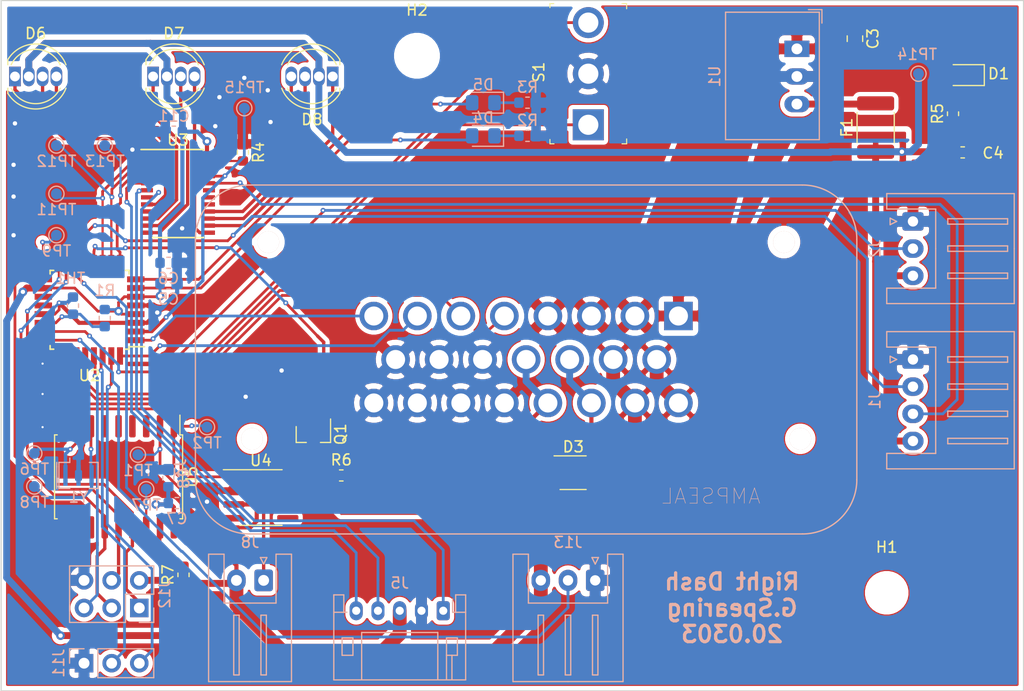
<source format=kicad_pcb>
(kicad_pcb (version 20171130) (host pcbnew 5.1.5-52549c5~84~ubuntu18.04.1)
  (layers (0 F.Cu signal) (31 B.Cu signal) (34 B.Paste user) (35 F.Paste user) (36 B.SilkS user) (37 F.SilkS user) (38 B.Mask user) (39 F.Mask user) (44 Edge.Cuts user))
  (net 0 "")
  (net 1 GND)
  (net 2 +12V)
  (net 3 +5V)
  (net 4 /CAN+)
  (net 5 /CAN-)
  (net 6 /LED1)
  (net 7 "Net-(D4-Pad1)")
  (net 8 /LED2)
  (net 9 "Net-(D5-Pad1)")
  (net 10 /LEDs/~COOLING_IND1B)
  (net 11 /LEDs/~COOLING_IND1G)
  (net 12 /LEDs/~COOLING_IND1R)
  (net 13 /LEDs/~COOLING_IND2B)
  (net 14 /LEDs/~COOLING_IND2G)
  (net 15 /LEDs/~COOLING_IND2R)
  (net 16 /LEDs/~COOLING_IND3B)
  (net 17 /LEDs/~COOLING_IND3G)
  (net 18 /LEDs/~COOLING_IND3R)
  (net 19 RTD_BTN_LED)
  (net 20 /RTD_BTN)
  (net 21 /COAST)
  (net 22 /DAMPER_R)
  (net 23 /DAMPER_L)
  (net 24 /SPEED_R)
  (net 25 /SPEED_L)
  (net 26 ~FAULT_IND_3)
  (net 27 ~FAULT_IND_2)
  (net 28 ~FAULT_IND_1)
  (net 29 "Net-(J8-Pad1)")
  (net 30 /UART_TXD)
  (net 31 /UART_RXD)
  (net 32 /RESET)
  (net 33 /MOSI)
  (net 34 /SCK)
  (net 35 /MISO)
  (net 36 /BRAKE)
  (net 37 /RTD_IND)
  (net 38 /NTC1)
  (net 39 "Net-(R4-Pad2)")
  (net 40 "Net-(R6-Pad1)")
  (net 41 "Net-(R7-Pad2)")
  (net 42 /COOLING_MODE_2)
  (net 43 /COOLING_MODE_1)
  (net 44 "Net-(TP1-Pad1)")
  (net 45 "Net-(TP2-Pad1)")
  (net 46 "Net-(TP6-Pad1)")
  (net 47 /~CAN_CS)
  (net 48 "Net-(TP8-Pad1)")
  (net 49 /LED_SDI)
  (net 50 /LED_CLK)
  (net 51 /~LED_LE)
  (net 52 /~LED_OE)
  (net 53 "Net-(D1-Pad2)")
  (net 54 "Net-(F1-Pad2)")
  (module AERO_FOOT:TE_1-776228-1_23P_VERT (layer B.Cu) (at 187.96 88.9 180)
    (fp_text reference J3 (at 31.78 -9.97 270) (layer B.SilkS) (effects (justify mirror)))
    (fp_text value AMPSEAL (at -17.018 -12.573) (layer B.SilkS) (effects (font (size 1.4021 1.4021) (thickness 0.05)) (justify mirror)))
    (pad Hole np_thru_hole circle (at 25.2 -7.3 180) (size 2 2) (drill 2) (layers *.Cu *.Mask B.SilkS))
    (pad "" np_thru_hole circle (at -25.2 -7.3 180) (size 2 2) (drill 2) (layers *.Cu *.Mask B.SilkS))
    (pad Hole np_thru_hole circle (at 23.7 10.8 180) (size 2 2) (drill 2) (layers *.Cu *.Mask B.SilkS))
    (pad 23 thru_hole circle (at 14 -4 180) (size 2.625 2.625) (drill 1.75) (layers *.Cu *.Mask) (net 1 GND))
    (pad 22 thru_hole circle (at 10 -4 180) (size 2.625 2.625) (drill 1.75) (layers *.Cu *.Mask) (net 1 GND))
    (pad 21 thru_hole circle (at 6 -4 180) (size 2.625 2.625) (drill 1.75) (layers *.Cu *.Mask) (net 1 GND))
    (pad 20 thru_hole circle (at 2 -4 180) (size 2.625 2.625) (drill 1.75) (layers *.Cu *.Mask) (net 1 GND))
    (pad 19 thru_hole circle (at -2 -4 180) (size 2.625 2.625) (drill 1.75) (layers *.Cu *.Mask) (net 4 /CAN+))
    (pad 18 thru_hole circle (at -6 -4 180) (size 2.625 2.625) (drill 1.75) (layers *.Cu *.Mask) (net 5 /CAN-))
    (pad 17 thru_hole circle (at -10 -4 180) (size 2.625 2.625) (drill 1.75) (layers *.Cu *.Mask) (net 3 +5V))
    (pad 16 thru_hole circle (at -14 -4 180) (size 2.625 2.625) (drill 1.75) (layers *.Cu *.Mask) (net 3 +5V))
    (pad 15 thru_hole circle (at 12 0 180) (size 2.625 2.625) (drill 1.75) (layers *.Cu *.Mask) (net 1 GND))
    (pad 14 thru_hole circle (at 8 0 180) (size 2.625 2.625) (drill 1.75) (layers *.Cu *.Mask) (net 1 GND))
    (pad 13 thru_hole circle (at 4 0 180) (size 2.625 2.625) (drill 1.75) (layers *.Cu *.Mask) (net 1 GND))
    (pad 12 thru_hole circle (at 0 0 180) (size 2.625 2.625) (drill 1.75) (layers *.Cu *.Mask) (net 4 /CAN+))
    (pad 11 thru_hole circle (at -4 0 180) (size 2.625 2.625) (drill 1.75) (layers *.Cu *.Mask) (net 5 /CAN-))
    (pad 10 thru_hole circle (at -8 0 180) (size 2.625 2.625) (drill 1.75) (layers *.Cu *.Mask) (net 3 +5V))
    (pad 9 thru_hole circle (at -12 0 180) (size 2.625 2.625) (drill 1.75) (layers *.Cu *.Mask) (net 3 +5V))
    (pad 8 thru_hole circle (at 14 4 180) (size 2.625 2.625) (drill 1.75) (layers *.Cu *.Mask) (net 25 /SPEED_L))
    (pad 7 thru_hole circle (at 10 4 180) (size 2.625 2.625) (drill 1.75) (layers *.Cu *.Mask) (net 24 /SPEED_R))
    (pad 6 thru_hole circle (at 6 4 180) (size 2.625 2.625) (drill 1.75) (layers *.Cu *.Mask) (net 23 /DAMPER_L))
    (pad 5 thru_hole circle (at 2 4 180) (size 2.625 2.625) (drill 1.75) (layers *.Cu *.Mask) (net 22 /DAMPER_R))
    (pad 4 thru_hole circle (at -2 4 180) (size 2.625 2.625) (drill 1.75) (layers *.Cu *.Mask) (net 2 +12V))
    (pad 3 thru_hole circle (at -6 4 180) (size 2.625 2.625) (drill 1.75) (layers *.Cu *.Mask) (net 2 +12V))
    (pad 2 thru_hole circle (at -10 4 180) (size 2.625 2.625) (drill 1.75) (layers *.Cu *.Mask) (net 2 +12V))
    (pad 1 thru_hole rect (at -14 4 180) (size 2.625 2.625) (drill 1.75) (layers *.Cu *.Mask) (net 2 +12V))
    (pad Hole np_thru_hole circle (at -23.7 10.8 180) (size 2 2) (drill 2) (layers *.Cu *.Mask B.SilkS))
  )
  (module Package_QFP:TQFP-32_7x7mm_P0.8mm (layer F.Cu) (at 147.828 84.328 180)
    (fp_text reference U2 (at 0 -6.05) (layer F.SilkS))
    (fp_text value ATmega328P-AU)
    (pad 1 smd rect (at -4.25 -2.8 180) (size 1.6 0.55) (layers F.Cu F.Paste F.Mask) (net 25 /SPEED_L))
    (pad 2 smd rect (at -4.25 -2 180) (size 1.6 0.55) (layers F.Cu F.Paste F.Mask) (net 52 /~LED_OE))
    (pad 3 smd rect (at -4.25 -1.2 180) (size 1.6 0.55) (layers F.Cu F.Paste F.Mask) (net 1 GND))
    (pad 4 smd rect (at -4.25 -0.4 180) (size 1.6 0.55) (layers F.Cu F.Paste F.Mask) (net 3 +5V))
    (pad 5 smd rect (at -4.25 0.4 180) (size 1.6 0.55) (layers F.Cu F.Paste F.Mask) (net 1 GND))
    (pad 6 smd rect (at -4.25 1.2 180) (size 1.6 0.55) (layers F.Cu F.Paste F.Mask) (net 3 +5V))
    (pad 7 smd rect (at -4.25 2 180) (size 1.6 0.55) (layers F.Cu F.Paste F.Mask) (net 6 /LED1))
    (pad 8 smd rect (at -4.25 2.8 180) (size 1.6 0.55) (layers F.Cu F.Paste F.Mask) (net 8 /LED2))
    (pad 9 smd rect (at -2.8 4.25 270) (size 1.6 0.55) (layers F.Cu F.Paste F.Mask) (net 51 /~LED_LE))
    (pad 10 smd rect (at -2 4.25 270) (size 1.6 0.55) (layers F.Cu F.Paste F.Mask) (net 50 /LED_CLK))
    (pad 11 smd rect (at -1.2 4.25 270) (size 1.6 0.55) (layers F.Cu F.Paste F.Mask) (net 49 /LED_SDI))
    (pad 12 smd rect (at -0.4 4.25 270) (size 1.6 0.55) (layers F.Cu F.Paste F.Mask) (net 37 /RTD_IND))
    (pad 13 smd rect (at 0.4 4.25 270) (size 1.6 0.55) (layers F.Cu F.Paste F.Mask) (net 20 /RTD_BTN))
    (pad 14 smd rect (at 1.2 4.25 270) (size 1.6 0.55) (layers F.Cu F.Paste F.Mask) (net 47 /~CAN_CS))
    (pad 15 smd rect (at 2 4.25 270) (size 1.6 0.55) (layers F.Cu F.Paste F.Mask) (net 33 /MOSI))
    (pad 16 smd rect (at 2.8 4.25 270) (size 1.6 0.55) (layers F.Cu F.Paste F.Mask) (net 35 /MISO))
    (pad 17 smd rect (at 4.25 2.8 180) (size 1.6 0.55) (layers F.Cu F.Paste F.Mask) (net 34 /SCK))
    (pad 18 smd rect (at 4.25 2 180) (size 1.6 0.55) (layers F.Cu F.Paste F.Mask) (net 3 +5V))
    (pad 19 smd rect (at 4.25 1.2 180) (size 1.6 0.55) (layers F.Cu F.Paste F.Mask))
    (pad 20 smd rect (at 4.25 0.4 180) (size 1.6 0.55) (layers F.Cu F.Paste F.Mask))
    (pad 21 smd rect (at 4.25 -0.4 180) (size 1.6 0.55) (layers F.Cu F.Paste F.Mask) (net 1 GND))
    (pad 22 smd rect (at 4.25 -1.2 180) (size 1.6 0.55) (layers F.Cu F.Paste F.Mask) (net 38 /NTC1))
    (pad 23 smd rect (at 4.25 -2 180) (size 1.6 0.55) (layers F.Cu F.Paste F.Mask) (net 21 /COAST))
    (pad 24 smd rect (at 4.25 -2.8 180) (size 1.6 0.55) (layers F.Cu F.Paste F.Mask) (net 36 /BRAKE))
    (pad 25 smd rect (at 2.8 -4.25 270) (size 1.6 0.55) (layers F.Cu F.Paste F.Mask) (net 22 /DAMPER_R))
    (pad 26 smd rect (at 2 -4.25 270) (size 1.6 0.55) (layers F.Cu F.Paste F.Mask) (net 23 /DAMPER_L))
    (pad 27 smd rect (at 1.2 -4.25 270) (size 1.6 0.55) (layers F.Cu F.Paste F.Mask) (net 43 /COOLING_MODE_1))
    (pad 28 smd rect (at 0.4 -4.25 270) (size 1.6 0.55) (layers F.Cu F.Paste F.Mask) (net 42 /COOLING_MODE_2))
    (pad 29 smd rect (at -0.4 -4.25 270) (size 1.6 0.55) (layers F.Cu F.Paste F.Mask) (net 32 /RESET))
    (pad 30 smd rect (at -1.2 -4.25 270) (size 1.6 0.55) (layers F.Cu F.Paste F.Mask) (net 31 /UART_RXD))
    (pad 31 smd rect (at -2 -4.25 270) (size 1.6 0.55) (layers F.Cu F.Paste F.Mask) (net 30 /UART_TXD))
    (pad 32 smd rect (at -2.8 -4.25 270) (size 1.6 0.55) (layers F.Cu F.Paste F.Mask) (net 24 /SPEED_R))
  )
  (module Resistor_SMD:R_0603_1608Metric_Pad1.05x0.95mm_HandSolder (layer F.Cu) (at 227.203 66.294 90)
    (fp_text reference R5 (at 0 -1.43 90) (layer F.SilkS))
    (fp_text value 330)
    (pad 2 smd roundrect (at 0.875 0 90) (size 1.05 0.95) (layers F.Cu F.Paste F.Mask) (net 53 "Net-(D1-Pad2)"))
    (pad 1 smd roundrect (at -0.875 0 90) (size 1.05 0.95) (layers F.Cu F.Paste F.Mask) (net 3 +5V))
  )
  (module Fuse:Fuse_1812_4532Metric_Pad1.30x3.40mm_HandSolder (layer F.Cu) (at 220.091 67.564 90)
    (fp_text reference F1 (at 0 -2.65 90) (layer F.SilkS))
    (fp_text value 1812L075/24)
    (pad 2 smd roundrect (at 2.225 0 90) (size 1.3 3.4) (layers F.Cu F.Paste F.Mask) (roundrect_rratio 0.192308) (net 54 "Net-(F1-Pad2)"))
    (pad 1 smd roundrect (at -2.225 0 90) (size 1.3 3.4) (layers F.Cu F.Paste F.Mask) (roundrect_rratio 0.192308) (net 3 +5V))
  )
  (module LED_SMD:LED_0805_2012Metric_Pad1.15x1.40mm_HandSolder (layer B.Cu) (at 184.023 65.278 180)
    (fp_text reference D5 (at 0 1.65) (layer B.SilkS) (effects (justify mirror)))
    (fp_text value LED)
    (pad 2 smd roundrect (at 1.025 0 180) (size 1.15 1.4) (layers B.Cu B.Paste B.Mask) (roundrect_rratio 0.217391) (net 8 /LED2))
    (pad 1 smd roundrect (at -1.025 0 180) (size 1.15 1.4) (layers B.Cu B.Paste B.Mask) (roundrect_rratio 0.217391) (net 9 "Net-(D5-Pad1)"))
  )
  (module LED_SMD:LED_0805_2012Metric_Pad1.15x1.40mm_HandSolder (layer B.Cu) (at 184.023 68.326 180)
    (fp_text reference D4 (at 0 1.65) (layer B.SilkS) (effects (justify mirror)))
    (fp_text value LED)
    (pad 2 smd roundrect (at 1.025 0 180) (size 1.15 1.4) (layers B.Cu B.Paste B.Mask) (roundrect_rratio 0.217391) (net 6 /LED1))
    (pad 1 smd roundrect (at -1.025 0 180) (size 1.15 1.4) (layers B.Cu B.Paste B.Mask) (roundrect_rratio 0.217391) (net 7 "Net-(D4-Pad1)"))
  )
  (module LED_SMD:LED_0805_2012Metric_Pad1.15x1.40mm_HandSolder (layer F.Cu) (at 228.219 62.738 180)
    (fp_text reference D1 (at -3.175 0.127) (layer F.SilkS))
    (fp_text value LED)
    (pad 2 smd roundrect (at 1.025 0 180) (size 1.15 1.4) (layers F.Cu F.Paste F.Mask) (roundrect_rratio 0.217391) (net 53 "Net-(D1-Pad2)"))
    (pad 1 smd roundrect (at -1.025 0 180) (size 1.15 1.4) (layers F.Cu F.Paste F.Mask) (roundrect_rratio 0.217391) (net 1 GND))
  )
  (module Converter_DCDC:Converter_DCDC_RECOM_R-78E-0.5_THT (layer B.Cu) (at 212.852 60.325 270)
    (fp_text reference U1 (at 2.54 7.56 270) (layer B.SilkS) (effects (justify mirror)))
    (fp_text value R-78E5.0-0.5)
    (pad 1 thru_hole rect (at 0 0 270) (size 1.5 2.3) (drill 1) (layers *.Cu *.Mask) (net 2 +12V))
    (pad 2 thru_hole oval (at 2.54 0 270) (size 1.5 2.3) (drill 1) (layers *.Cu *.Mask) (net 1 GND))
    (pad 3 thru_hole oval (at 5.08 0 270) (size 1.5 2.3) (drill 1) (layers *.Cu *.Mask) (net 54 "Net-(F1-Pad2)"))
  )
  (module Connector_JST:JST_PH_S5B-PH-K_1x05_P2.00mm_Horizontal (layer B.Cu) (at 180.34 112.014 180)
    (fp_text reference J5 (at 4 2.55 180) (layer B.SilkS) (effects (justify mirror)))
    (fp_text value "B5B-PH-SM4-TB(LF)(SN)")
    (pad 5 thru_hole oval (at 8 0 180) (size 1.2 1.75) (drill 0.75) (layers *.Cu *.Mask) (net 28 ~FAULT_IND_1))
    (pad 4 thru_hole oval (at 6 0 180) (size 1.2 1.75) (drill 0.75) (layers *.Cu *.Mask) (net 27 ~FAULT_IND_2))
    (pad 3 thru_hole oval (at 4 0 180) (size 1.2 1.75) (drill 0.75) (layers *.Cu *.Mask) (net 3 +5V))
    (pad 2 thru_hole oval (at 2 0 180) (size 1.2 1.75) (drill 0.75) (layers *.Cu *.Mask) (net 1 GND))
    (pad 1 thru_hole roundrect (at 0 0 180) (size 1.2 1.75) (drill 0.75) (layers *.Cu *.Mask) (roundrect_rratio 0.208333) (net 26 ~FAULT_IND_3))
  )
  (module Crystal:Resonator_SMD_muRata_CSTxExxV-3Pin_3.0x1.1mm (layer B.Cu) (at 146.812 99.568)
    (fp_text reference Y1 (at 0 2) (layer B.SilkS) (effects (justify mirror)))
    (fp_text value Resonator)
    (pad 3 smd rect (at 1.2 0) (size 0.4 1.9) (layers B.Cu B.Paste B.Mask) (net 48 "Net-(TP8-Pad1)"))
    (pad 2 smd rect (at 0 0) (size 0.4 1.9) (layers B.Cu B.Paste B.Mask) (net 1 GND))
    (pad 1 smd rect (at -1.2 0) (size 0.4 1.9) (layers B.Cu B.Paste B.Mask) (net 46 "Net-(TP6-Pad1)"))
  )
  (module Package_SO:SOIC-18W_7.5x11.6mm_P1.27mm (layer F.Cu) (at 150.495 99.695 270)
    (fp_text reference U5 (at 0 -6.72 90) (layer F.SilkS))
    (fp_text value MCP2515-xSO)
    (pad 1 smd roundrect (at -4.65 -5.08 270) (size 2.05 0.6) (layers F.Cu F.Paste F.Mask) (net 45 "Net-(TP2-Pad1)"))
    (pad 2 smd roundrect (at -4.65 -3.81 270) (size 2.05 0.6) (layers F.Cu F.Paste F.Mask) (net 44 "Net-(TP1-Pad1)"))
    (pad 3 smd roundrect (at -4.65 -2.54 270) (size 2.05 0.6) (layers F.Cu F.Paste F.Mask))
    (pad 4 smd roundrect (at -4.65 -1.27 270) (size 2.05 0.6) (layers F.Cu F.Paste F.Mask))
    (pad 5 smd roundrect (at -4.65 0 270) (size 2.05 0.6) (layers F.Cu F.Paste F.Mask))
    (pad 6 smd roundrect (at -4.65 1.27 270) (size 2.05 0.6) (layers F.Cu F.Paste F.Mask))
    (pad 7 smd roundrect (at -4.65 2.54 270) (size 2.05 0.6) (layers F.Cu F.Paste F.Mask) (net 48 "Net-(TP8-Pad1)"))
    (pad 8 smd roundrect (at -4.65 3.81 270) (size 2.05 0.6) (layers F.Cu F.Paste F.Mask) (net 46 "Net-(TP6-Pad1)"))
    (pad 9 smd roundrect (at -4.65 5.08 270) (size 2.05 0.6) (layers F.Cu F.Paste F.Mask) (net 1 GND))
    (pad 10 smd roundrect (at 4.65 5.08 270) (size 2.05 0.6) (layers F.Cu F.Paste F.Mask))
    (pad 11 smd roundrect (at 4.65 3.81 270) (size 2.05 0.6) (layers F.Cu F.Paste F.Mask))
    (pad 12 smd roundrect (at 4.65 2.54 270) (size 2.05 0.6) (layers F.Cu F.Paste F.Mask))
    (pad 13 smd roundrect (at 4.65 1.27 270) (size 2.05 0.6) (layers F.Cu F.Paste F.Mask) (net 34 /SCK))
    (pad 14 smd roundrect (at 4.65 0 270) (size 2.05 0.6) (layers F.Cu F.Paste F.Mask) (net 33 /MOSI))
    (pad 15 smd roundrect (at 4.65 -1.27 270) (size 2.05 0.6) (layers F.Cu F.Paste F.Mask) (net 35 /MISO))
    (pad 16 smd roundrect (at 4.65 -2.54 270) (size 2.05 0.6) (layers F.Cu F.Paste F.Mask) (net 47 /~CAN_CS))
    (pad 17 smd roundrect (at 4.65 -3.81 270) (size 2.05 0.6) (layers F.Cu F.Paste F.Mask) (net 41 "Net-(R7-Pad2)"))
    (pad 18 smd roundrect (at 4.65 -5.08 270) (size 2.05 0.6) (layers F.Cu F.Paste F.Mask) (net 3 +5V))
  )
  (module Package_SO:SOIC-8_3.9x4.9mm_P1.27mm (layer F.Cu) (at 163.576 101.6)
    (fp_text reference U4 (at 0 -3.4) (layer F.SilkS))
    (fp_text value MCP2551-I-SN)
    (pad 1 smd roundrect (at -2.475 -1.905) (size 1.95 0.6) (layers F.Cu F.Paste F.Mask) (net 45 "Net-(TP2-Pad1)"))
    (pad 2 smd roundrect (at -2.475 -0.635) (size 1.95 0.6) (layers F.Cu F.Paste F.Mask) (net 1 GND))
    (pad 3 smd roundrect (at -2.475 0.635) (size 1.95 0.6) (layers F.Cu F.Paste F.Mask) (net 3 +5V))
    (pad 4 smd roundrect (at -2.475 1.905) (size 1.95 0.6) (layers F.Cu F.Paste F.Mask) (net 44 "Net-(TP1-Pad1)"))
    (pad 5 smd roundrect (at 2.475 1.905) (size 1.95 0.6) (layers F.Cu F.Paste F.Mask))
    (pad 6 smd roundrect (at 2.475 0.635) (size 1.95 0.6) (layers F.Cu F.Paste F.Mask) (net 5 /CAN-))
    (pad 7 smd roundrect (at 2.475 -0.635) (size 1.95 0.6) (layers F.Cu F.Paste F.Mask) (net 4 /CAN+))
    (pad 8 smd roundrect (at 2.475 -1.905) (size 1.95 0.6) (layers F.Cu F.Paste F.Mask) (net 40 "Net-(R6-Pad1)"))
  )
  (module Package_SO:TSSOP-24_4.4x7.8mm_P0.65mm (layer F.Cu) (at 155.956 73.66)
    (fp_text reference U3 (at 0 -4.95) (layer F.SilkS))
    (fp_text value STP16CP05)
    (pad 1 smd rect (at -2.85 -3.575) (size 1.1 0.4) (layers F.Cu F.Paste F.Mask) (net 1 GND))
    (pad 2 smd rect (at -2.85 -2.925) (size 1.1 0.4) (layers F.Cu F.Paste F.Mask) (net 49 /LED_SDI))
    (pad 3 smd rect (at -2.85 -2.275) (size 1.1 0.4) (layers F.Cu F.Paste F.Mask) (net 50 /LED_CLK))
    (pad 4 smd rect (at -2.85 -1.625) (size 1.1 0.4) (layers F.Cu F.Paste F.Mask) (net 51 /~LED_LE))
    (pad 5 smd rect (at -2.85 -0.975) (size 1.1 0.4) (layers F.Cu F.Paste F.Mask) (net 28 ~FAULT_IND_1))
    (pad 6 smd rect (at -2.85 -0.325) (size 1.1 0.4) (layers F.Cu F.Paste F.Mask) (net 27 ~FAULT_IND_2))
    (pad 7 smd rect (at -2.85 0.325) (size 1.1 0.4) (layers F.Cu F.Paste F.Mask) (net 26 ~FAULT_IND_3))
    (pad 8 smd rect (at -2.85 0.975) (size 1.1 0.4) (layers F.Cu F.Paste F.Mask) (net 12 /LEDs/~COOLING_IND1R))
    (pad 9 smd rect (at -2.85 1.625) (size 1.1 0.4) (layers F.Cu F.Paste F.Mask) (net 11 /LEDs/~COOLING_IND1G))
    (pad 10 smd rect (at -2.85 2.275) (size 1.1 0.4) (layers F.Cu F.Paste F.Mask) (net 10 /LEDs/~COOLING_IND1B))
    (pad 11 smd rect (at -2.85 2.925) (size 1.1 0.4) (layers F.Cu F.Paste F.Mask) (net 15 /LEDs/~COOLING_IND2R))
    (pad 12 smd rect (at -2.85 3.575) (size 1.1 0.4) (layers F.Cu F.Paste F.Mask) (net 14 /LEDs/~COOLING_IND2G))
    (pad 13 smd rect (at 2.85 3.575) (size 1.1 0.4) (layers F.Cu F.Paste F.Mask) (net 13 /LEDs/~COOLING_IND2B))
    (pad 14 smd rect (at 2.85 2.925) (size 1.1 0.4) (layers F.Cu F.Paste F.Mask) (net 18 /LEDs/~COOLING_IND3R))
    (pad 15 smd rect (at 2.85 2.275) (size 1.1 0.4) (layers F.Cu F.Paste F.Mask) (net 17 /LEDs/~COOLING_IND3G))
    (pad 16 smd rect (at 2.85 1.625) (size 1.1 0.4) (layers F.Cu F.Paste F.Mask) (net 16 /LEDs/~COOLING_IND3B))
    (pad 17 smd rect (at 2.85 0.975) (size 1.1 0.4) (layers F.Cu F.Paste F.Mask))
    (pad 18 smd rect (at 2.85 0.325) (size 1.1 0.4) (layers F.Cu F.Paste F.Mask))
    (pad 19 smd rect (at 2.85 -0.325) (size 1.1 0.4) (layers F.Cu F.Paste F.Mask))
    (pad 20 smd rect (at 2.85 -0.975) (size 1.1 0.4) (layers F.Cu F.Paste F.Mask) (net 19 RTD_BTN_LED))
    (pad 21 smd rect (at 2.85 -1.625) (size 1.1 0.4) (layers F.Cu F.Paste F.Mask) (net 52 /~LED_OE))
    (pad 22 smd rect (at 2.85 -2.275) (size 1.1 0.4) (layers F.Cu F.Paste F.Mask))
    (pad 23 smd rect (at 2.85 -2.925) (size 1.1 0.4) (layers F.Cu F.Paste F.Mask) (net 39 "Net-(R4-Pad2)"))
    (pad 24 smd rect (at 2.85 -3.575) (size 1.1 0.4) (layers F.Cu F.Paste F.Mask) (net 3 +5V))
  )
  (module TestPoint:TestPoint_Pad_D1.0mm (layer B.Cu) (at 162.052 65.786)
    (fp_text reference TP15 (at 0 -1.905) (layer B.SilkS) (effects (justify mirror)))
    (fp_text value TestPoint)
    (pad 1 smd circle (at 0 0) (size 1 1) (layers B.Cu B.Mask) (net 52 /~LED_OE))
  )
  (module TestPoint:TestPoint_Pad_D1.0mm (layer B.Cu) (at 224.028 62.611)
    (fp_text reference TP14 (at -0.127 -1.778) (layer B.SilkS) (effects (justify mirror)))
    (fp_text value TestPoint)
    (pad 1 smd circle (at 0 0) (size 1 1) (layers B.Cu B.Mask) (net 3 +5V))
  )
  (module TestPoint:TestPoint_Pad_D1.0mm (layer B.Cu) (at 149.225 69.215)
    (fp_text reference TP13 (at 0 1.448) (layer B.SilkS) (effects (justify mirror)))
    (fp_text value TestPoint)
    (pad 1 smd circle (at 0 0) (size 1 1) (layers B.Cu B.Mask) (net 51 /~LED_LE))
  )
  (module TestPoint:TestPoint_Pad_D1.0mm (layer B.Cu) (at 144.78 69.215)
    (fp_text reference TP12 (at 0 1.448) (layer B.SilkS) (effects (justify mirror)))
    (fp_text value TestPoint)
    (pad 1 smd circle (at 0 0) (size 1 1) (layers B.Cu B.Mask) (net 50 /LED_CLK))
  )
  (module TestPoint:TestPoint_Pad_D1.0mm (layer B.Cu) (at 144.78 73.66)
    (fp_text reference TP11 (at 0 1.448) (layer B.SilkS) (effects (justify mirror)))
    (fp_text value TestPoint)
    (pad 1 smd circle (at 0 0) (size 1 1) (layers B.Cu B.Mask) (net 49 /LED_SDI))
  )
  (module TestPoint:TestPoint_Pad_D1.0mm (layer B.Cu) (at 144.78 77.47)
    (fp_text reference TP9 (at 0 1.448) (layer B.SilkS) (effects (justify mirror)))
    (fp_text value TestPoint)
    (pad 1 smd circle (at 0 0) (size 1 1) (layers B.Cu B.Mask) (net 34 /SCK))
  )
  (module TestPoint:TestPoint_Pad_D1.0mm (layer B.Cu) (at 142.748 100.584)
    (fp_text reference TP8 (at 0 1.448) (layer B.SilkS) (effects (justify mirror)))
    (fp_text value TestPoint)
    (pad 1 smd circle (at 0 0) (size 1 1) (layers B.Cu B.Mask) (net 48 "Net-(TP8-Pad1)"))
  )
  (module TestPoint:TestPoint_Pad_D1.0mm (layer B.Cu) (at 153.035 100.838)
    (fp_text reference TP7 (at 0 1.448) (layer B.SilkS) (effects (justify mirror)))
    (fp_text value TestPoint)
    (pad 1 smd circle (at 0 0) (size 1 1) (layers B.Cu B.Mask) (net 47 /~CAN_CS))
  )
  (module TestPoint:TestPoint_Pad_D1.0mm (layer B.Cu) (at 142.748 97.536)
    (fp_text reference TP6 (at 0 1.448) (layer B.SilkS) (effects (justify mirror)))
    (fp_text value TestPoint)
    (pad 1 smd circle (at 0 0) (size 1 1) (layers B.Cu B.Mask) (net 46 "Net-(TP6-Pad1)"))
  )
  (module TestPoint:TestPoint_Pad_D1.0mm (layer B.Cu) (at 158.623 95.123)
    (fp_text reference TP2 (at 0 1.448) (layer B.SilkS) (effects (justify mirror)))
    (fp_text value TestPoint)
    (pad 1 smd circle (at 0 0) (size 1 1) (layers B.Cu B.Mask) (net 45 "Net-(TP2-Pad1)"))
  )
  (module TestPoint:TestPoint_Pad_D1.0mm (layer B.Cu) (at 152.273 97.663)
    (fp_text reference TP1 (at 0 1.448) (layer B.SilkS) (effects (justify mirror)))
    (fp_text value TestPoint)
    (pad 1 smd circle (at 0 0) (size 1 1) (layers B.Cu B.Mask) (net 44 "Net-(TP1-Pad1)"))
  )
  (module Resistor_SMD:R_0603_1608Metric (layer B.Cu) (at 146.304 83.947 90)
    (fp_text reference TH1 (at 2.5145 -0.254) (layer B.SilkS) (effects (justify mirror)))
    (fp_text value Thermistor)
    (pad 2 smd roundrect (at 0.7875 0 90) (size 0.875 0.95) (layers B.Cu B.Paste B.Mask) (net 1 GND))
    (pad 1 smd roundrect (at -0.7875 0 90) (size 0.875 0.95) (layers B.Cu B.Paste B.Mask) (net 38 /NTC1))
  )
  (module DigiKey_Lib:Toggle_Switch_100SP1T1B4M2QE (layer F.Cu) (at 193.675 67.31 90)
    (fp_text reference S1 (at 4.84 -4.55 90) (layer F.SilkS))
    (fp_text value 100SP1T1B4M2QE)
    (pad 3 thru_hole circle (at 9.4 0 90) (size 2.85 2.85) (drill 1.85) (layers *.Cu *.Mask) (net 42 /COOLING_MODE_2))
    (pad 2 thru_hole circle (at 4.7 0 90) (size 2.85 2.85) (drill 1.85) (layers *.Cu *.Mask) (net 1 GND))
    (pad 1 thru_hole rect (at 0 0 90) (size 2.85 2.85) (drill 1.85) (layers *.Cu *.Mask) (net 43 /COOLING_MODE_1))
  )
  (module Resistor_SMD:R_0603_1608Metric (layer F.Cu) (at 156.464 108.712 90)
    (fp_text reference R7 (at 0 -1.43 -90) (layer F.SilkS))
    (fp_text value 10k)
    (pad 2 smd roundrect (at 0.7875 0 90) (size 0.875 0.95) (layers F.Cu F.Paste F.Mask) (net 41 "Net-(R7-Pad2)"))
    (pad 1 smd roundrect (at -0.7875 0 90) (size 0.875 0.95) (layers F.Cu F.Paste F.Mask) (net 3 +5V))
  )
  (module Resistor_SMD:R_0603_1608Metric (layer F.Cu) (at 170.9675 99.568)
    (fp_text reference R6 (at 0 -1.43) (layer F.SilkS))
    (fp_text value 10k)
    (pad 2 smd roundrect (at 0.7875 0) (size 0.875 0.95) (layers F.Cu F.Paste F.Mask) (net 1 GND))
    (pad 1 smd roundrect (at -0.7875 0) (size 0.875 0.95) (layers F.Cu F.Paste F.Mask) (net 40 "Net-(R6-Pad1)"))
  )
  (module Resistor_SMD:R_0603_1608Metric (layer F.Cu) (at 161.925 69.85 270)
    (fp_text reference R4 (at 0 -1.43 270) (layer F.SilkS))
    (fp_text value 1k)
    (pad 2 smd roundrect (at 0.7875 0 270) (size 0.875 0.95) (layers F.Cu F.Paste F.Mask) (net 39 "Net-(R4-Pad2)"))
    (pad 1 smd roundrect (at -0.7875 0 270) (size 0.875 0.95) (layers F.Cu F.Paste F.Mask) (net 1 GND))
  )
  (module Resistor_SMD:R_0603_1608Metric (layer B.Cu) (at 188.087 65.278 180)
    (fp_text reference R3 (at 0 1.43) (layer B.SilkS) (effects (justify mirror)))
    (fp_text value 1k)
    (pad 2 smd roundrect (at 0.7875 0 180) (size 0.875 0.95) (layers B.Cu B.Paste B.Mask) (net 9 "Net-(D5-Pad1)"))
    (pad 1 smd roundrect (at -0.7875 0 180) (size 0.875 0.95) (layers B.Cu B.Paste B.Mask) (net 1 GND))
  )
  (module Resistor_SMD:R_0603_1608Metric (layer B.Cu) (at 188.087 68.326 180)
    (fp_text reference R2 (at 0 1.43) (layer B.SilkS) (effects (justify mirror)))
    (fp_text value 1k)
    (pad 2 smd roundrect (at 0.7875 0 180) (size 0.875 0.95) (layers B.Cu B.Paste B.Mask) (net 7 "Net-(D4-Pad1)"))
    (pad 1 smd roundrect (at -0.7875 0 180) (size 0.875 0.95) (layers B.Cu B.Paste B.Mask) (net 1 GND))
  )
  (module Resistor_SMD:R_0603_1608Metric (layer B.Cu) (at 149.225 85.09 270)
    (fp_text reference R1 (at -2.54 0) (layer B.SilkS) (effects (justify mirror)))
    (fp_text value R_US)
    (pad 2 smd roundrect (at 0.7875 0 270) (size 0.875 0.95) (layers B.Cu B.Paste B.Mask) (net 38 /NTC1))
    (pad 1 smd roundrect (at -0.7875 0 270) (size 0.875 0.95) (layers B.Cu B.Paste B.Mask) (net 3 +5V))
  )
  (module Package_TO_SOT_SMD:SOT-23 (layer F.Cu) (at 168.402 95.774 270)
    (fp_text reference Q1 (at 0 -2.5 90) (layer F.SilkS))
    (fp_text value MMBT2222ALT1G)
    (pad 3 smd rect (at 1 0 270) (size 0.9 0.8) (layers F.Cu F.Paste F.Mask) (net 29 "Net-(J8-Pad1)"))
    (pad 2 smd rect (at -1 0.95 270) (size 0.9 0.8) (layers F.Cu F.Paste F.Mask) (net 1 GND))
    (pad 1 smd rect (at -1 -0.95 270) (size 0.9 0.8) (layers F.Cu F.Paste F.Mask) (net 37 /RTD_IND))
  )
  (module Connector_JST:JST_XH_S3B-XH-A_1x03_P2.50mm_Horizontal (layer B.Cu) (at 194.31 109.22 180)
    (fp_text reference J13 (at 2.5 3.5) (layer B.SilkS) (effects (justify mirror)))
    (fp_text value JST-XH)
    (pad 3 thru_hole oval (at 5 0 180) (size 1.7 1.95) (drill 0.95) (layers *.Cu *.Mask) (net 3 +5V))
    (pad 2 thru_hole oval (at 2.5 0 180) (size 1.7 1.95) (drill 0.95) (layers *.Cu *.Mask) (net 36 /BRAKE))
    (pad 1 thru_hole roundrect (at 0 0 180) (size 1.7 1.95) (drill 0.95) (layers *.Cu *.Mask) (roundrect_rratio 0.147059) (net 1 GND))
  )
  (module Connector_PinHeader_2.54mm:PinHeader_2x03_P2.54mm_Vertical (layer B.Cu) (at 152.4 111.76 90)
    (fp_text reference J12 (at 1.27 2.33 90) (layer B.SilkS) (effects (justify mirror)))
    (fp_text value Conn_02x03_Odd_Even)
    (pad 6 thru_hole oval (at 2.54 -5.08 90) (size 1.7 1.7) (drill 1) (layers *.Cu *.Mask) (net 1 GND))
    (pad 5 thru_hole oval (at 0 -5.08 90) (size 1.7 1.7) (drill 1) (layers *.Cu *.Mask) (net 32 /RESET))
    (pad 4 thru_hole oval (at 2.54 -2.54 90) (size 1.7 1.7) (drill 1) (layers *.Cu *.Mask) (net 33 /MOSI))
    (pad 3 thru_hole oval (at 0 -2.54 90) (size 1.7 1.7) (drill 1) (layers *.Cu *.Mask) (net 34 /SCK))
    (pad 2 thru_hole oval (at 2.54 0 90) (size 1.7 1.7) (drill 1) (layers *.Cu *.Mask) (net 3 +5V))
    (pad 1 thru_hole rect (at 0 0 90) (size 1.7 1.7) (drill 1) (layers *.Cu *.Mask) (net 35 /MISO))
  )
  (module Connector_PinHeader_2.54mm:PinHeader_1x03_P2.54mm_Vertical (layer B.Cu) (at 147.32 116.84 270)
    (fp_text reference J11 (at 0 2.33 90) (layer B.SilkS) (effects (justify mirror)))
    (fp_text value Conn_01x03)
    (pad 3 thru_hole oval (at 0 -5.08 270) (size 1.7 1.7) (drill 1) (layers *.Cu *.Mask) (net 30 /UART_TXD))
    (pad 2 thru_hole oval (at 0 -2.54 270) (size 1.7 1.7) (drill 1) (layers *.Cu *.Mask) (net 31 /UART_RXD))
    (pad 1 thru_hole rect (at 0 0 270) (size 1.7 1.7) (drill 1) (layers *.Cu *.Mask) (net 1 GND))
  )
  (module Connector_JST:JST_XH_S2B-XH-A_1x02_P2.50mm_Horizontal (layer B.Cu) (at 163.83 109.22 180)
    (fp_text reference J8 (at 1.25 3.5) (layer B.SilkS) (effects (justify mirror)))
    (fp_text value JST-XH)
    (pad 2 thru_hole oval (at 2.5 0 180) (size 1.7 2) (drill 1) (layers *.Cu *.Mask) (net 3 +5V))
    (pad 1 thru_hole roundrect (at 0 0 180) (size 1.7 2) (drill 1) (layers *.Cu *.Mask) (roundrect_rratio 0.147059) (net 29 "Net-(J8-Pad1)"))
  )
  (module Connector_JST:JST_XH_S3B-XH-A_1x03_P2.50mm_Horizontal (layer B.Cu) (at 223.52 76.2 270)
    (fp_text reference J2 (at 2.5 3.5 90) (layer B.SilkS) (effects (justify mirror)))
    (fp_text value JST-XH)
    (pad 3 thru_hole oval (at 5 0 270) (size 1.7 1.95) (drill 0.95) (layers *.Cu *.Mask) (net 3 +5V))
    (pad 2 thru_hole oval (at 2.5 0 270) (size 1.7 1.95) (drill 0.95) (layers *.Cu *.Mask) (net 21 /COAST))
    (pad 1 thru_hole roundrect (at 0 0 270) (size 1.7 1.95) (drill 0.95) (layers *.Cu *.Mask) (roundrect_rratio 0.147059) (net 1 GND))
  )
  (module Connector_JST:JST_XH_S4B-XH-A_1x04_P2.50mm_Horizontal (layer B.Cu) (at 223.52 88.9 270)
    (fp_text reference J1 (at 3.75 3.5 90) (layer B.SilkS) (effects (justify mirror)))
    (fp_text value JST-XH)
    (pad 4 thru_hole oval (at 7.5 0 270) (size 1.7 1.95) (drill 0.95) (layers *.Cu *.Mask) (net 3 +5V))
    (pad 3 thru_hole oval (at 5 0 270) (size 1.7 1.95) (drill 0.95) (layers *.Cu *.Mask) (net 19 RTD_BTN_LED))
    (pad 2 thru_hole oval (at 2.5 0 270) (size 1.7 1.95) (drill 0.95) (layers *.Cu *.Mask) (net 20 /RTD_BTN))
    (pad 1 thru_hole roundrect (at 0 0 270) (size 1.7 1.95) (drill 0.95) (layers *.Cu *.Mask) (roundrect_rratio 0.147059) (net 1 GND))
  )
  (module MountingHole:MountingHole_3.2mm_M3 (layer F.Cu) (at 177.927 60.96)
    (fp_text reference H2 (at 0 -4.2) (layer F.SilkS))
    (fp_text value MountingHole)
    (pad 1 np_thru_hole circle (at 0 0) (size 3.2 3.2) (drill 3.2) (layers *.Cu *.Mask))
  )
  (module MountingHole:MountingHole_3.2mm_M3 (layer F.Cu) (at 221.107 110.363)
    (fp_text reference H1 (at 0 -4.2) (layer F.SilkS))
    (fp_text value MountingHole)
    (pad 1 np_thru_hole circle (at 0 0) (size 3.2 3.2) (drill 3.2) (layers *.Cu *.Mask))
  )
  (module LED_THT:LED_D5.0mm-4_RGB (layer F.Cu) (at 170.18 62.865 180)
    (fp_text reference D8 (at 1.905 -3.96) (layer F.SilkS))
    (fp_text value COOLING_IND_3)
    (pad 4 thru_hole oval (at 3.81 0 180) (size 1.07 1.8) (drill 0.9) (layers *.Cu *.Mask) (net 16 /LEDs/~COOLING_IND3B))
    (pad 3 thru_hole oval (at 2.54 0 180) (size 1.07 1.8) (drill 0.9) (layers *.Cu *.Mask) (net 17 /LEDs/~COOLING_IND3G))
    (pad 2 thru_hole oval (at 1.27 0 180) (size 1.07 1.8) (drill 0.9) (layers *.Cu *.Mask) (net 3 +5V))
    (pad 1 thru_hole rect (at 0 0 180) (size 1.07 1.8) (drill 0.9) (layers *.Cu *.Mask) (net 18 /LEDs/~COOLING_IND3R))
  )
  (module LED_THT:LED_D5.0mm-4_RGB (layer F.Cu) (at 153.67 62.865)
    (fp_text reference D7 (at 1.905 -3.96) (layer F.SilkS))
    (fp_text value COOLING_IND_2)
    (pad 4 thru_hole oval (at 3.81 0) (size 1.07 1.8) (drill 0.9) (layers *.Cu *.Mask) (net 13 /LEDs/~COOLING_IND2B))
    (pad 3 thru_hole oval (at 2.54 0) (size 1.07 1.8) (drill 0.9) (layers *.Cu *.Mask) (net 14 /LEDs/~COOLING_IND2G))
    (pad 2 thru_hole oval (at 1.27 0) (size 1.07 1.8) (drill 0.9) (layers *.Cu *.Mask) (net 3 +5V))
    (pad 1 thru_hole rect (at 0 0) (size 1.07 1.8) (drill 0.9) (layers *.Cu *.Mask) (net 15 /LEDs/~COOLING_IND2R))
  )
  (module LED_THT:LED_D5.0mm-4_RGB (layer F.Cu) (at 140.97 62.865)
    (fp_text reference D6 (at 1.905 -3.96) (layer F.SilkS))
    (fp_text value COOLING_IND_1)
    (pad 4 thru_hole oval (at 3.81 0) (size 1.07 1.8) (drill 0.9) (layers *.Cu *.Mask) (net 10 /LEDs/~COOLING_IND1B))
    (pad 3 thru_hole oval (at 2.54 0) (size 1.07 1.8) (drill 0.9) (layers *.Cu *.Mask) (net 11 /LEDs/~COOLING_IND1G))
    (pad 2 thru_hole oval (at 1.27 0) (size 1.07 1.8) (drill 0.9) (layers *.Cu *.Mask) (net 3 +5V))
    (pad 1 thru_hole rect (at 0 0) (size 1.07 1.8) (drill 0.9) (layers *.Cu *.Mask) (net 12 /LEDs/~COOLING_IND1R))
  )
  (module Package_TO_SOT_SMD:SOT-143 (layer F.Cu) (at 192.278 99.314)
    (fp_text reference D3 (at 0.02 -2.38) (layer F.SilkS))
    (fp_text value SP0503BAHT)
    (pad 1 smd rect (at -1.1 -0.77 270) (size 1.2 1.4) (layers F.Cu F.Paste F.Mask) (net 1 GND))
    (pad 2 smd rect (at -1.1 0.95 270) (size 1 1.4) (layers F.Cu F.Paste F.Mask) (net 4 /CAN+))
    (pad 3 smd rect (at 1.1 0.95 270) (size 1 1.4) (layers F.Cu F.Paste F.Mask) (net 5 /CAN-))
    (pad 4 smd rect (at 1.1 -0.95 270) (size 1 1.4) (layers F.Cu F.Paste F.Mask))
  )
  (module Capacitor_SMD:C_0603_1608Metric (layer B.Cu) (at 155.575 67.945 180)
    (fp_text reference C11 (at 0 1.43) (layer B.SilkS) (effects (justify mirror)))
    (fp_text value 0.1u)
    (pad 2 smd roundrect (at 0.7875 0 180) (size 0.875 0.95) (layers B.Cu B.Paste B.Mask) (net 1 GND))
    (pad 1 smd roundrect (at -0.7875 0 180) (size 0.875 0.95) (layers B.Cu B.Paste B.Mask) (net 3 +5V))
  )
  (module Capacitor_SMD:C_0603_1608Metric (layer B.Cu) (at 155.067 99.822 90)
    (fp_text reference C8 (at 0 1.43 270) (layer B.SilkS) (effects (justify mirror)))
    (fp_text value 0.1uF)
    (pad 2 smd roundrect (at 0.7875 0 90) (size 0.875 0.95) (layers B.Cu B.Paste B.Mask) (net 1 GND))
    (pad 1 smd roundrect (at -0.7875 0 90) (size 0.875 0.95) (layers B.Cu B.Paste B.Mask) (net 3 +5V))
  )
  (module Capacitor_SMD:C_0603_1608Metric (layer B.Cu) (at 155.8545 102.108)
    (fp_text reference C7 (at 0 1.43 180) (layer B.SilkS) (effects (justify mirror)))
    (fp_text value 0.1uF)
    (pad 2 smd roundrect (at 0.7875 0) (size 0.875 0.95) (layers B.Cu B.Paste B.Mask) (net 1 GND))
    (pad 1 smd roundrect (at -0.7875 0) (size 0.875 0.95) (layers B.Cu B.Paste B.Mask) (net 3 +5V))
  )
  (module Capacitor_SMD:C_0603_1608Metric (layer B.Cu) (at 155.0925 80.01)
    (fp_text reference C6 (at 0 1.43 180) (layer B.SilkS) (effects (justify mirror)))
    (fp_text value 0.1u)
    (pad 2 smd roundrect (at 0.7875 0) (size 0.875 0.95) (layers B.Cu B.Paste B.Mask) (net 1 GND))
    (pad 1 smd roundrect (at -0.7875 0) (size 0.875 0.95) (layers B.Cu B.Paste B.Mask) (net 3 +5V))
  )
  (module Capacitor_SMD:C_0603_1608Metric (layer B.Cu) (at 155.0925 81.915)
    (fp_text reference C5 (at 0 1.43) (layer B.SilkS) (effects (justify mirror)))
    (fp_text value 0.1u)
    (pad 2 smd roundrect (at 0.7875 0) (size 0.875 0.95) (layers B.Cu B.Paste B.Mask) (net 1 GND))
    (pad 1 smd roundrect (at -0.7875 0) (size 0.875 0.95) (layers B.Cu B.Paste B.Mask) (net 3 +5V))
  )
  (module Capacitor_SMD:C_0603_1608Metric (layer F.Cu) (at 228.092 69.85)
    (fp_text reference C4 (at 2.794 0.0635) (layer F.SilkS))
    (fp_text value 10u)
    (pad 2 smd roundrect (at 0.7875 0) (size 0.875 0.95) (layers F.Cu F.Paste F.Mask) (net 1 GND))
    (pad 1 smd roundrect (at -0.7875 0) (size 0.875 0.95) (layers F.Cu F.Paste F.Mask) (net 3 +5V))
  )
  (module Capacitor_SMD:C_0805_2012Metric (layer F.Cu) (at 218.186 59.3875 270)
    (fp_text reference C3 (at 0 -1.65 90) (layer F.SilkS))
    (fp_text value 10u)
    (pad 2 smd roundrect (at 0.9375 0 270) (size 0.975 1.4) (layers F.Cu F.Paste F.Mask) (net 1 GND))
    (pad 1 smd roundrect (at -0.9375 0 270) (size 0.975 1.4) (layers F.Cu F.Paste F.Mask) (net 2 +12V))
  )
  (gr_line (start 233.68 55.88) (end 233.68 119.38) (layer Edge.Cuts) (width 0.1))
  (gr_line (start 139.7 55.88) (end 233.68 55.88) (layer Edge.Cuts) (width 0.1))
  (gr_line (start 139.7 119.38) (end 139.7 55.88) (layer Edge.Cuts) (width 0.1))
  (gr_line (start 233.68 119.38) (end 139.7 119.38) (layer Edge.Cuts) (width 0.1))
  (gr_text "Right Dash\nG.Spearing\n20.0303" (at 206.883 111.76) (layer B.SilkS) (effects (font (size 1.5 1.5) (thickness 0.3)) (justify mirror)))
  (via (at 154.051 84.582) (size 0.8) (drill 0.4) (layers F.Cu B.Cu) (net 1))
  (via (at 151.765 69.596) (size 0.8) (drill 0.4) (layers F.Cu B.Cu) (net 1))
  (via (at 159.385 67.437) (size 0.8) (drill 0.4) (layers F.Cu B.Cu) (net 1))
  (via (at 159.766 64.77) (size 0.8) (drill 0.4) (layers F.Cu B.Cu) (net 1))
  (via (at 162.052 62.992) (size 0.8) (drill 0.4) (layers F.Cu B.Cu) (net 1))
  (via (at 164.211 64.135) (size 0.8) (drill 0.4) (layers F.Cu B.Cu) (net 1))
  (via (at 164.465 67.056) (size 0.8) (drill 0.4) (layers F.Cu B.Cu) (net 1))
  (via (at 140.97 67.183) (size 0.8) (drill 0.4) (layers F.Cu B.Cu) (net 1))
  (via (at 140.843 70.993) (size 0.8) (drill 0.4) (layers F.Cu B.Cu) (net 1))
  (via (at 140.843 73.914) (size 0.8) (drill 0.4) (layers F.Cu B.Cu) (net 1))
  (via (at 140.843 77.47) (size 0.8) (drill 0.4) (layers F.Cu B.Cu) (net 1))
  (segment (start 152.254 70.085) (end 151.765 69.596) (width 0.381) (layer F.Cu) (net 1))
  (segment (start 153.106 70.085) (end 152.254 70.085) (width 0.381) (layer F.Cu) (net 1))
  (via (at 156.337 76.835) (size 0.8) (drill 0.4) (layers F.Cu B.Cu) (net 1))
  (segment (start 155.88 82.753) (end 154.051 84.582) (width 0.381) (layer B.Cu) (net 1))
  (segment (start 155.88 81.915) (end 155.88 82.753) (width 0.381) (layer B.Cu) (net 1))
  (segment (start 153.105 85.528) (end 152.078 85.528) (width 0.381) (layer F.Cu) (net 1))
  (segment (start 154.051 84.582) (end 153.105 85.528) (width 0.381) (layer F.Cu) (net 1))
  (segment (start 153.397 83.928) (end 152.078 83.928) (width 0.381) (layer F.Cu) (net 1))
  (segment (start 154.051 84.582) (end 153.397 83.928) (width 0.381) (layer F.Cu) (net 1))
  (via (at 145.034 83.693) (size 0.45) (drill 0.2) (layers F.Cu B.Cu) (net 1))
  (segment (start 145.7705 83.693) (end 146.304 83.1595) (width 0.381) (layer B.Cu) (net 1))
  (segment (start 145.034 83.693) (end 145.7705 83.693) (width 0.381) (layer B.Cu) (net 1))
  (segment (start 146.869 85.528) (end 145.034 83.693) (width 0.381) (layer F.Cu) (net 1))
  (segment (start 152.078 85.528) (end 146.869 85.528) (width 0.381) (layer F.Cu) (net 1))
  (via (at 143.51 89.281) (size 0.45) (drill 0.2) (layers F.Cu B.Cu) (net 1))
  (via (at 143.51 92.075) (size 0.45) (drill 0.2) (layers F.Cu B.Cu) (net 1))
  (via (at 143.51 95.123) (size 0.45) (drill 0.2) (layers F.Cu B.Cu) (net 1))
  (via (at 162.179 92.329) (size 0.8) (drill 0.4) (layers F.Cu B.Cu) (net 1))
  (via (at 165.481 89.916) (size 0.8) (drill 0.4) (layers F.Cu B.Cu) (net 1))
  (via (at 158.623 101.981) (size 0.8) (drill 0.4) (layers F.Cu B.Cu) (net 1))
  (via (at 153.162 99.187) (size 0.8) (drill 0.4) (layers F.Cu B.Cu) (net 1))
  (segment (start 145.034 84.011198) (end 145.034 83.693) (width 0.254) (layer F.Cu) (net 1))
  (segment (start 145.034 84.326) (end 145.034 84.011198) (width 0.254) (layer F.Cu) (net 1))
  (segment (start 143.578 84.728) (end 144.632 84.728) (width 0.254) (layer F.Cu) (net 1))
  (segment (start 144.632 84.728) (end 145.034 84.326) (width 0.254) (layer F.Cu) (net 1))
  (segment (start 155.6765 99.0345) (end 158.623 101.981) (width 0.254) (layer B.Cu) (net 1))
  (segment (start 155.067 99.0345) (end 155.6765 99.0345) (width 0.254) (layer B.Cu) (net 1))
  (segment (start 143.51 85.217) (end 143.51 89.281) (width 0.254) (layer B.Cu) (net 1))
  (segment (start 145.034 83.693) (end 143.51 85.217) (width 0.254) (layer B.Cu) (net 1))
  (segment (start 191.687491 98.596491) (end 191.230491 98.596491) (width 0.381) (layer F.Cu) (net 1))
  (segment (start 191.230491 98.596491) (end 191.178 98.544) (width 0.381) (layer F.Cu) (net 1))
  (segment (start 191.178 98.544) (end 191.635 98.544) (width 0.381) (layer F.Cu) (net 1))
  (segment (start 191.635 98.544) (end 191.687491 98.596491) (width 0.381) (layer F.Cu) (net 1))
  (segment (start 217.486 58.45) (end 218.186 58.45) (width 0.635) (layer F.Cu) (net 2))
  (segment (start 213.342 58.45) (end 217.486 58.45) (width 0.635) (layer F.Cu) (net 2))
  (segment (start 212.852 60.325) (end 212.852 58.94) (width 0.635) (layer F.Cu) (net 2))
  (segment (start 212.852 58.94) (end 213.342 58.45) (width 0.635) (layer F.Cu) (net 2))
  (via (at 150.495 84.455) (size 0.8) (drill 0.4) (layers F.Cu B.Cu) (net 3))
  (segment (start 149.225 84.3025) (end 150.3425 84.3025) (width 0.254) (layer B.Cu) (net 3))
  (segment (start 150.3425 84.3025) (end 150.495 84.455) (width 0.254) (layer B.Cu) (net 3))
  (segment (start 150.768 84.728) (end 152.078 84.728) (width 0.254) (layer F.Cu) (net 3))
  (segment (start 150.495 84.455) (end 150.768 84.728) (width 0.254) (layer F.Cu) (net 3))
  (segment (start 150.495 84.455) (end 148.59 84.455) (width 0.254) (layer F.Cu) (net 3))
  (segment (start 146.463 82.328) (end 143.578 82.328) (width 0.254) (layer F.Cu) (net 3))
  (segment (start 148.59 84.455) (end 146.463 82.328) (width 0.254) (layer F.Cu) (net 3))
  (segment (start 151.024 83.128) (end 152.078 83.128) (width 0.254) (layer F.Cu) (net 3))
  (segment (start 150.495 84.455) (end 150.495 83.657) (width 0.254) (layer F.Cu) (net 3))
  (segment (start 150.495 83.657) (end 151.024 83.128) (width 0.254) (layer F.Cu) (net 3))
  (segment (start 156.1845 109.22) (end 156.464 109.4995) (width 0.635) (layer F.Cu) (net 3))
  (segment (start 152.4 109.22) (end 156.1845 109.22) (width 0.635) (layer F.Cu) (net 3))
  (segment (start 161.0505 109.4995) (end 161.33 109.22) (width 0.635) (layer F.Cu) (net 3))
  (segment (start 156.464 109.4995) (end 161.0505 109.4995) (width 0.635) (layer F.Cu) (net 3))
  (segment (start 227.2435 69.789) (end 227.3045 69.85) (width 0.635) (layer F.Cu) (net 3))
  (segment (start 222.504 69.789) (end 227.2435 69.789) (width 0.635) (layer F.Cu) (net 3))
  (segment (start 227.203 69.7485) (end 227.3045 69.85) (width 0.635) (layer F.Cu) (net 3))
  (segment (start 227.203 67.169) (end 227.203 69.7485) (width 0.635) (layer F.Cu) (net 3))
  (segment (start 222.504 69.789) (end 220.091 69.789) (width 0.635) (layer F.Cu) (net 3))
  (via (at 222.504 69.789) (size 0.8) (drill 0.4) (layers F.Cu B.Cu) (net 3))
  (segment (start 222.504 69.789) (end 223.327 69.789) (width 0.635) (layer B.Cu) (net 3))
  (segment (start 224.028 69.088) (end 224.028 62.611) (width 0.635) (layer B.Cu) (net 3))
  (segment (start 223.327 69.789) (end 224.028 69.088) (width 0.635) (layer B.Cu) (net 3))
  (segment (start 195.96 90.9) (end 197.96 92.9) (width 1.27) (layer F.Cu) (net 3))
  (segment (start 195.96 88.9) (end 195.96 90.9) (width 1.27) (layer F.Cu) (net 3))
  (segment (start 199.96 90.9) (end 201.96 92.9) (width 1.27) (layer F.Cu) (net 3))
  (segment (start 199.96 88.9) (end 199.96 90.9) (width 1.27) (layer F.Cu) (net 3))
  (segment (start 154.305 82.55) (end 154.305 81.915) (width 0.254) (layer B.Cu) (net 3))
  (segment (start 154.305 81.915) (end 154.305 80.01) (width 0.254) (layer B.Cu) (net 3))
  (via (at 154.305 83.0582) (size 0.8) (drill 0.4) (layers F.Cu B.Cu) (net 3))
  (segment (start 152.078 83.128) (end 154.2352 83.128) (width 0.254) (layer F.Cu) (net 3))
  (segment (start 154.2352 83.128) (end 154.305 83.0582) (width 0.254) (layer F.Cu) (net 3))
  (segment (start 154.305 83.0582) (end 154.305 81.915) (width 0.254) (layer B.Cu) (net 3))
  (segment (start 142.24 61.33) (end 143.753 59.817) (width 0.635) (layer F.Cu) (net 3))
  (segment (start 142.24 62.865) (end 142.24 61.33) (width 0.635) (layer F.Cu) (net 3))
  (segment (start 168.91 61.33) (end 168.91 62.865) (width 0.635) (layer F.Cu) (net 3))
  (segment (start 167.397 59.817) (end 168.91 61.33) (width 0.635) (layer F.Cu) (net 3))
  (segment (start 154.94 61.33) (end 154.94 62.865) (width 0.635) (layer F.Cu) (net 3))
  (segment (start 153.427 59.817) (end 154.94 61.33) (width 0.635) (layer F.Cu) (net 3))
  (segment (start 153.416 59.817) (end 153.427 59.817) (width 0.635) (layer F.Cu) (net 3))
  (segment (start 153.416 59.817) (end 167.397 59.817) (width 0.635) (layer F.Cu) (net 3))
  (segment (start 143.753 59.817) (end 153.416 59.817) (width 0.635) (layer F.Cu) (net 3))
  (segment (start 167.513 59.817) (end 168.91 61.214) (width 0.635) (layer B.Cu) (net 3))
  (segment (start 142.24 62.865) (end 142.24 61.341) (width 0.635) (layer B.Cu) (net 3))
  (segment (start 168.91 61.214) (end 168.91 62.865) (width 0.635) (layer B.Cu) (net 3))
  (segment (start 142.24 61.341) (end 143.764 59.817) (width 0.635) (layer B.Cu) (net 3))
  (segment (start 153.035 59.817) (end 167.513 59.817) (width 0.635) (layer B.Cu) (net 3))
  (segment (start 143.764 59.817) (end 153.035 59.817) (width 0.635) (layer B.Cu) (net 3))
  (segment (start 154.94 61.33) (end 154.94 62.865) (width 0.635) (layer B.Cu) (net 3))
  (segment (start 153.427 59.817) (end 154.94 61.33) (width 0.635) (layer B.Cu) (net 3))
  (segment (start 153.035 59.817) (end 153.427 59.817) (width 0.635) (layer B.Cu) (net 3))
  (segment (start 215.961 69.789) (end 222.504 69.789) (width 0.635) (layer B.Cu) (net 3))
  (segment (start 171.45 69.85) (end 215.9 69.85) (width 0.635) (layer B.Cu) (net 3))
  (segment (start 215.9 69.85) (end 215.961 69.789) (width 0.635) (layer B.Cu) (net 3))
  (segment (start 168.91 62.865) (end 168.91 67.31) (width 0.635) (layer B.Cu) (net 3))
  (segment (start 168.91 67.31) (end 171.45 69.85) (width 0.635) (layer B.Cu) (net 3))
  (segment (start 154.94 62.865) (end 154.94 64.77) (width 0.635) (layer B.Cu) (net 3))
  (segment (start 156.3625 66.1925) (end 156.3625 67.945) (width 0.635) (layer B.Cu) (net 3))
  (segment (start 154.94 64.77) (end 156.3625 66.1925) (width 0.635) (layer B.Cu) (net 3))
  (via (at 158.623 68.834) (size 0.8) (drill 0.4) (layers F.Cu B.Cu) (net 3))
  (segment (start 156.3625 67.945) (end 157.734 67.945) (width 0.381) (layer B.Cu) (net 3))
  (segment (start 157.734 67.945) (end 158.623 68.834) (width 0.381) (layer B.Cu) (net 3))
  (segment (start 158.623 69.902) (end 158.806 70.085) (width 0.381) (layer F.Cu) (net 3))
  (segment (start 158.623 68.834) (end 158.623 69.902) (width 0.381) (layer F.Cu) (net 3))
  (segment (start 156.3625 67.945) (end 156.3625 74.6505) (width 0.381) (layer B.Cu) (net 3))
  (segment (start 154.305 76.708) (end 154.305 80.01) (width 0.381) (layer B.Cu) (net 3))
  (segment (start 156.3625 74.6505) (end 154.305 76.708) (width 0.381) (layer B.Cu) (net 3))
  (segment (start 155.575 104.345) (end 155.575 102.87) (width 0.381) (layer F.Cu) (net 3))
  (segment (start 155.575 102.87) (end 155.575 102.489) (width 0.381) (layer F.Cu) (net 3))
  (via (at 153.924 102.235) (size 0.8) (drill 0.4) (layers F.Cu B.Cu) (net 3))
  (segment (start 155.575 102.489) (end 155.321 102.235) (width 0.381) (layer F.Cu) (net 3))
  (segment (start 155.321 102.235) (end 153.924 102.235) (width 0.381) (layer F.Cu) (net 3))
  (segment (start 154.94 102.235) (end 155.067 102.108) (width 0.381) (layer B.Cu) (net 3))
  (segment (start 153.924 102.235) (end 154.94 102.235) (width 0.381) (layer B.Cu) (net 3))
  (segment (start 155.067 100.6095) (end 155.067 102.108) (width 0.381) (layer B.Cu) (net 3))
  (segment (start 155.575 104.345) (end 162.609 104.345) (width 0.381) (layer F.Cu) (net 3))
  (segment (start 162.609 104.345) (end 163.195 103.759) (width 0.381) (layer F.Cu) (net 3))
  (segment (start 163.195 103.759) (end 163.195 102.743) (width 0.381) (layer F.Cu) (net 3))
  (segment (start 162.687 102.235) (end 161.101 102.235) (width 0.381) (layer F.Cu) (net 3))
  (segment (start 163.195 102.743) (end 162.687 102.235) (width 0.381) (layer F.Cu) (net 3))
  (segment (start 161.33 107.839) (end 161.33 109.22) (width 0.381) (layer F.Cu) (net 3))
  (segment (start 155.575 104.345) (end 157.836 104.345) (width 0.381) (layer F.Cu) (net 3))
  (segment (start 157.836 104.345) (end 161.33 107.839) (width 0.381) (layer F.Cu) (net 3))
  (segment (start 220.091 69.789) (end 220.091 79.883) (width 0.635) (layer F.Cu) (net 3))
  (segment (start 221.408 81.2) (end 223.52 81.2) (width 0.635) (layer F.Cu) (net 3))
  (segment (start 220.091 79.883) (end 221.408 81.2) (width 0.635) (layer F.Cu) (net 3))
  (segment (start 220.091 79.883) (end 220.091 94.996) (width 0.635) (layer F.Cu) (net 3))
  (segment (start 221.495 96.4) (end 223.52 96.4) (width 0.635) (layer F.Cu) (net 3))
  (segment (start 220.091 94.996) (end 221.495 96.4) (width 0.635) (layer F.Cu) (net 3))
  (via (at 141.7002 82.677) (size 0.8) (drill 0.4) (layers F.Cu B.Cu) (net 3))
  (segment (start 143.578 82.328) (end 142.0492 82.328) (width 0.635) (layer F.Cu) (net 3))
  (segment (start 142.0492 82.328) (end 141.7002 82.677) (width 0.635) (layer F.Cu) (net 3))
  (via (at 145.161 114.3) (size 0.8) (drill 0.4) (layers F.Cu B.Cu) (net 3))
  (segment (start 145.161 114.3) (end 159.893 114.3) (width 0.635) (layer F.Cu) (net 3))
  (segment (start 161.33 112.863) (end 161.33 109.22) (width 0.635) (layer F.Cu) (net 3))
  (segment (start 159.893 114.3) (end 161.33 112.863) (width 0.635) (layer F.Cu) (net 3))
  (segment (start 140.208 108.966) (end 145.161 114.3) (width 0.635) (layer B.Cu) (net 3))
  (segment (start 141.7002 82.677) (end 140.208 85.344) (width 0.635) (layer B.Cu) (net 3))
  (segment (start 140.208 85.344) (end 140.208 108.966) (width 0.635) (layer B.Cu) (net 3))
  (segment (start 161.33 111.49) (end 165.537 115.697) (width 1.27) (layer F.Cu) (net 3))
  (segment (start 161.33 109.22) (end 161.33 111.49) (width 1.27) (layer F.Cu) (net 3))
  (segment (start 176.34 114.159) (end 176.34 112.014) (width 1.27) (layer F.Cu) (net 3))
  (segment (start 165.537 115.697) (end 174.802 115.697) (width 1.27) (layer F.Cu) (net 3))
  (segment (start 174.802 115.697) (end 176.34 114.159) (width 1.27) (layer F.Cu) (net 3))
  (segment (start 185.078 115.697) (end 174.802 115.697) (width 1.27) (layer F.Cu) (net 3))
  (segment (start 189.31 109.22) (end 189.31 111.465) (width 1.27) (layer F.Cu) (net 3))
  (segment (start 189.31 111.465) (end 185.078 115.697) (width 1.27) (layer F.Cu) (net 3))
  (segment (start 197.96 94.756155) (end 197.96 92.9) (width 1.27) (layer F.Cu) (net 3))
  (segment (start 197.96 98.325) (end 197.96 94.756155) (width 1.27) (layer F.Cu) (net 3))
  (segment (start 189.31 109.22) (end 189.31 106.975) (width 1.27) (layer F.Cu) (net 3))
  (segment (start 189.31 106.975) (end 197.96 98.325) (width 1.27) (layer F.Cu) (net 3))
  (segment (start 187.96 90.9) (end 189.96 92.9) (width 0.635) (layer B.Cu) (net 4))
  (segment (start 187.96 88.9) (end 187.96 90.9) (width 0.635) (layer B.Cu) (net 4))
  (segment (start 188.647501 94.212499) (end 188.647501 98.814501) (width 0.381) (layer F.Cu) (net 4))
  (segment (start 189.96 92.9) (end 188.647501 94.212499) (width 0.381) (layer F.Cu) (net 4))
  (segment (start 188.647501 98.814501) (end 190.097 100.264) (width 0.381) (layer F.Cu) (net 4))
  (segment (start 190.097 100.264) (end 191.178 100.264) (width 0.381) (layer F.Cu) (net 4))
  (segment (start 177.070165 102.615291) (end 177.127046 102.57955) (width 0.2) (layer F.Cu) (net 4))
  (segment (start 177.174549 102.532047) (end 177.21029 102.475166) (width 0.2) (layer F.Cu) (net 4))
  (segment (start 177.869709 102.475166) (end 177.90545 102.532047) (width 0.2) (layer F.Cu) (net 4))
  (segment (start 177.247521 101.886264) (end 177.269709 101.822855) (width 0.2) (layer F.Cu) (net 4))
  (segment (start 177.24 102.345) (end 177.24 101.95302) (width 0.2) (layer F.Cu) (net 4))
  (segment (start 177.24 101.95302) (end 177.247521 101.886264) (width 0.2) (layer F.Cu) (net 4))
  (segment (start 177.30545 101.765974) (end 177.352953 101.718471) (width 0.2) (layer F.Cu) (net 4))
  (segment (start 191.178 101.827603) (end 191.178 100.264) (width 0.2) (layer F.Cu) (net 4))
  (segment (start 177.84 101.95302) (end 177.84 102.345) (width 0.2) (layer F.Cu) (net 4))
  (segment (start 177.832478 101.886264) (end 177.84 101.95302) (width 0.2) (layer F.Cu) (net 4))
  (segment (start 177.81029 101.822855) (end 177.832478 101.886264) (width 0.2) (layer F.Cu) (net 4))
  (segment (start 177.727046 101.718471) (end 177.774549 101.765974) (width 0.2) (layer F.Cu) (net 4))
  (segment (start 177.54 101.65302) (end 177.606756 101.660542) (width 0.2) (layer F.Cu) (net 4))
  (segment (start 177.473243 101.660542) (end 177.54 101.65302) (width 0.2) (layer F.Cu) (net 4))
  (segment (start 177.952953 102.57955) (end 178.009834 102.615291) (width 0.2) (layer F.Cu) (net 4))
  (segment (start 177.409834 101.68273) (end 177.473243 101.660542) (width 0.2) (layer F.Cu) (net 4))
  (segment (start 177.21029 102.475166) (end 177.232478 102.411757) (width 0.2) (layer F.Cu) (net 4))
  (segment (start 177.232478 102.411757) (end 177.24 102.345) (width 0.2) (layer F.Cu) (net 4))
  (segment (start 177.84 102.345) (end 177.847521 102.411757) (width 0.2) (layer F.Cu) (net 4))
  (segment (start 177.774549 101.765974) (end 177.81029 101.822855) (width 0.2) (layer F.Cu) (net 4))
  (segment (start 177.670165 101.68273) (end 177.727046 101.718471) (width 0.2) (layer F.Cu) (net 4))
  (segment (start 178.14 102.645) (end 190.360603 102.645) (width 0.2) (layer F.Cu) (net 4))
  (segment (start 177.606756 101.660542) (end 177.670165 101.68273) (width 0.2) (layer F.Cu) (net 4))
  (segment (start 177.269709 101.822855) (end 177.30545 101.765974) (width 0.2) (layer F.Cu) (net 4))
  (segment (start 166.461 101.375) (end 166.051 100.965) (width 0.2) (layer F.Cu) (net 4))
  (segment (start 169.8922 101.375) (end 166.461 101.375) (width 0.2) (layer F.Cu) (net 4))
  (segment (start 178.009834 102.615291) (end 178.073243 102.637479) (width 0.2) (layer F.Cu) (net 4))
  (segment (start 177.847521 102.411757) (end 177.869709 102.475166) (width 0.2) (layer F.Cu) (net 4))
  (segment (start 178.073243 102.637479) (end 178.14 102.645) (width 0.2) (layer F.Cu) (net 4))
  (segment (start 177.352953 101.718471) (end 177.409834 101.68273) (width 0.2) (layer F.Cu) (net 4))
  (segment (start 177.006756 102.637479) (end 177.070165 102.615291) (width 0.2) (layer F.Cu) (net 4))
  (segment (start 176.94 102.645) (end 177.006756 102.637479) (width 0.2) (layer F.Cu) (net 4))
  (segment (start 190.360603 102.645) (end 191.178 101.827603) (width 0.2) (layer F.Cu) (net 4))
  (segment (start 177.90545 102.532047) (end 177.952953 102.57955) (width 0.2) (layer F.Cu) (net 4))
  (segment (start 169.8922 101.375) (end 171.1622 102.645) (width 0.2) (layer F.Cu) (net 4))
  (segment (start 177.127046 102.57955) (end 177.174549 102.532047) (width 0.2) (layer F.Cu) (net 4))
  (segment (start 171.1622 102.645) (end 176.94 102.645) (width 0.2) (layer F.Cu) (net 4))
  (segment (start 191.96 90.9) (end 193.96 92.9) (width 0.635) (layer B.Cu) (net 5))
  (segment (start 191.96 88.9) (end 191.96 90.9) (width 0.635) (layer B.Cu) (net 5))
  (segment (start 195.453 99.27) (end 194.459 100.264) (width 0.381) (layer F.Cu) (net 5))
  (segment (start 195.453 96.774) (end 195.453 99.27) (width 0.381) (layer F.Cu) (net 5))
  (segment (start 194.459 100.264) (end 193.378 100.264) (width 0.381) (layer F.Cu) (net 5))
  (segment (start 193.96 95.281) (end 195.453 96.774) (width 0.381) (layer F.Cu) (net 5))
  (segment (start 193.96 92.9) (end 193.96 95.281) (width 0.381) (layer F.Cu) (net 5))
  (segment (start 169.7058 101.825) (end 166.461 101.825) (width 0.2) (layer F.Cu) (net 5))
  (segment (start 166.461 101.825) (end 166.051 102.235) (width 0.2) (layer F.Cu) (net 5))
  (segment (start 170.9758 103.095) (end 169.7058 101.825) (width 0.2) (layer F.Cu) (net 5))
  (segment (start 193.378 100.264) (end 190.547 103.095) (width 0.2) (layer F.Cu) (net 5))
  (segment (start 190.547 103.095) (end 170.9758 103.095) (width 0.2) (layer F.Cu) (net 5))
  (segment (start 171.684302 68.707) (end 176.403 68.707) (width 0.254) (layer F.Cu) (net 6))
  (via (at 176.403 68.707) (size 0.45) (drill 0.2) (layers F.Cu B.Cu) (net 6))
  (segment (start 158.063302 82.328) (end 171.684302 68.707) (width 0.254) (layer F.Cu) (net 6))
  (segment (start 157.575 82.328) (end 158.063302 82.328) (width 0.254) (layer F.Cu) (net 6))
  (segment (start 157.575 82.328) (end 157.713592 82.328) (width 0.254) (layer F.Cu) (net 6))
  (segment (start 152.078 82.328) (end 157.575 82.328) (width 0.254) (layer F.Cu) (net 6))
  (segment (start 182.617 68.707) (end 182.998 68.326) (width 0.254) (layer B.Cu) (net 6))
  (segment (start 176.403 68.707) (end 182.617 68.707) (width 0.254) (layer B.Cu) (net 6))
  (segment (start 187.2995 68.326) (end 185.048 68.326) (width 0.254) (layer B.Cu) (net 7))
  (segment (start 182.871 65.151) (end 182.998 65.278) (width 0.254) (layer B.Cu) (net 8))
  (segment (start 152.078 81.528) (end 157.867 81.528) (width 0.254) (layer F.Cu) (net 8))
  (via (at 180.086 65.405) (size 0.45) (drill 0.2) (layers F.Cu B.Cu) (net 8))
  (segment (start 173.99 65.405) (end 180.086 65.405) (width 0.254) (layer F.Cu) (net 8))
  (segment (start 170.561 68.834) (end 173.99 65.405) (width 0.254) (layer F.Cu) (net 8))
  (segment (start 170.561 68.834) (end 170.66261 68.73239) (width 0.254) (layer F.Cu) (net 8))
  (segment (start 157.867 81.528) (end 170.561 68.834) (width 0.254) (layer F.Cu) (net 8))
  (segment (start 182.871 65.405) (end 182.998 65.278) (width 0.254) (layer B.Cu) (net 8))
  (segment (start 180.086 65.405) (end 182.871 65.405) (width 0.254) (layer B.Cu) (net 8))
  (segment (start 187.2995 65.278) (end 185.048 65.278) (width 0.254) (layer B.Cu) (net 9))
  (segment (start 144.78 62.865) (end 144.78 66.442932) (width 0.3048) (layer F.Cu) (net 10))
  (segment (start 154.090849 67.563981) (end 155.829019 69.302153) (width 0.3048) (layer F.Cu) (net 10))
  (segment (start 144.78 66.442932) (end 145.901049 67.563982) (width 0.3048) (layer F.Cu) (net 10))
  (segment (start 145.901049 67.563982) (end 154.090849 67.563981) (width 0.3048) (layer F.Cu) (net 10))
  (segment (start 153.9608 75.935) (end 153.106 75.935) (width 0.3048) (layer F.Cu) (net 10))
  (segment (start 154.101868 75.935) (end 153.9608 75.935) (width 0.3048) (layer F.Cu) (net 10))
  (segment (start 155.829019 69.302153) (end 155.829018 74.20785) (width 0.3048) (layer F.Cu) (net 10))
  (segment (start 155.829018 74.20785) (end 154.101868 75.935) (width 0.3048) (layer F.Cu) (net 10))
  (segment (start 143.51 62.865) (end 143.51 65.891366) (width 0.3048) (layer F.Cu) (net 11))
  (segment (start 143.51 65.891366) (end 145.690634 68.072) (width 0.3048) (layer F.Cu) (net 11))
  (segment (start 145.690643 68.071991) (end 153.880424 68.07199) (width 0.3048) (layer F.Cu) (net 11))
  (segment (start 145.690634 68.072) (end 145.690643 68.071991) (width 0.3048) (layer F.Cu) (net 11))
  (segment (start 153.880424 68.07199) (end 155.32101 69.512576) (width 0.3048) (layer F.Cu) (net 11))
  (segment (start 155.321009 73.997425) (end 154.033434 75.285) (width 0.3048) (layer F.Cu) (net 11))
  (segment (start 153.9608 75.285) (end 153.106 75.285) (width 0.3048) (layer F.Cu) (net 11))
  (segment (start 155.32101 69.512576) (end 155.321009 73.997425) (width 0.3048) (layer F.Cu) (net 11))
  (segment (start 154.033434 75.285) (end 153.9608 75.285) (width 0.3048) (layer F.Cu) (net 11))
  (segment (start 140.97 64.0698) (end 145.4802 68.58) (width 0.3048) (layer F.Cu) (net 12))
  (segment (start 140.97 62.865) (end 140.97 64.0698) (width 0.3048) (layer F.Cu) (net 12))
  (segment (start 145.4802 68.58) (end 153.67 68.58) (width 0.3048) (layer F.Cu) (net 12))
  (segment (start 153.67 68.58) (end 154.813 69.723) (width 0.3048) (layer F.Cu) (net 12))
  (segment (start 153.9608 74.635) (end 153.106 74.635) (width 0.3048) (layer F.Cu) (net 12))
  (segment (start 153.965 74.635) (end 153.9608 74.635) (width 0.3048) (layer F.Cu) (net 12))
  (segment (start 154.813 69.723) (end 154.813 73.787) (width 0.3048) (layer F.Cu) (net 12))
  (segment (start 154.813 73.787) (end 153.965 74.635) (width 0.3048) (layer F.Cu) (net 12))
  (segment (start 157.9512 77.235) (end 158.806 77.235) (width 0.3048) (layer F.Cu) (net 13))
  (segment (start 157.48 62.865) (end 157.48 76.7638) (width 0.3048) (layer F.Cu) (net 13))
  (segment (start 157.48 76.7638) (end 157.9512 77.235) (width 0.3048) (layer F.Cu) (net 13))
  (segment (start 156.21 68.24627) (end 156.845037 68.881307) (width 0.3048) (layer F.Cu) (net 14))
  (segment (start 156.21 62.865) (end 156.21 68.24627) (width 0.3048) (layer F.Cu) (net 14))
  (segment (start 156.845037 68.881307) (end 156.845036 74.6287) (width 0.3048) (layer F.Cu) (net 14))
  (segment (start 154.238736 77.235) (end 153.106 77.235) (width 0.3048) (layer F.Cu) (net 14))
  (segment (start 156.845036 74.6287) (end 154.238736 77.235) (width 0.3048) (layer F.Cu) (net 14))
  (segment (start 153.67 62.865) (end 153.67 66.424699) (width 0.3048) (layer F.Cu) (net 15))
  (segment (start 156.337028 69.09173) (end 156.337027 74.418275) (width 0.3048) (layer F.Cu) (net 15))
  (segment (start 153.67 66.424699) (end 156.337028 69.09173) (width 0.3048) (layer F.Cu) (net 15))
  (segment (start 154.170302 76.585) (end 153.106 76.585) (width 0.3048) (layer F.Cu) (net 15))
  (segment (start 156.337027 74.418275) (end 154.170302 76.585) (width 0.3048) (layer F.Cu) (net 15))
  (segment (start 166.37 62.865) (end 166.37 70.826132) (width 0.3048) (layer F.Cu) (net 16))
  (segment (start 161.911132 75.285) (end 158.806 75.285) (width 0.3048) (layer F.Cu) (net 16))
  (segment (start 166.37 70.826132) (end 161.911132 75.285) (width 0.3048) (layer F.Cu) (net 16))
  (segment (start 167.64 62.865) (end 167.64 70.274566) (width 0.3048) (layer F.Cu) (net 17))
  (segment (start 161.979566 75.935) (end 158.806 75.935) (width 0.3048) (layer F.Cu) (net 17))
  (segment (start 167.64 70.274566) (end 161.979566 75.935) (width 0.3048) (layer F.Cu) (net 17))
  (segment (start 170.18 62.865) (end 170.18 68.453) (width 0.3048) (layer F.Cu) (net 18))
  (segment (start 162.048 76.585) (end 158.806 76.585) (width 0.3048) (layer F.Cu) (net 18))
  (segment (start 170.18 68.453) (end 162.048 76.585) (width 0.3048) (layer F.Cu) (net 18))
  (via (at 161.671 72.644) (size 0.45) (drill 0.2) (layers F.Cu B.Cu) (net 19))
  (segment (start 158.806 72.685) (end 161.63 72.685) (width 0.254) (layer F.Cu) (net 19))
  (segment (start 161.63 72.685) (end 161.671 72.644) (width 0.254) (layer F.Cu) (net 19))
  (segment (start 161.671 72.644) (end 163.655799 74.628799) (width 0.254) (layer B.Cu) (net 19))
  (segment (start 163.655799 74.628799) (end 226.012799 74.628799) (width 0.254) (layer B.Cu) (net 19))
  (segment (start 226.012799 74.628799) (end 227.584 76.2) (width 0.254) (layer B.Cu) (net 19))
  (segment (start 227.584 76.2) (end 227.584 92.583) (width 0.254) (layer B.Cu) (net 19))
  (segment (start 226.267 93.9) (end 223.52 93.9) (width 0.254) (layer B.Cu) (net 19))
  (segment (start 227.584 92.583) (end 226.267 93.9) (width 0.254) (layer B.Cu) (net 19))
  (segment (start 147.428 80.078) (end 147.428 78.759) (width 0.254) (layer F.Cu) (net 20))
  (via (at 161.036 77.47) (size 0.45) (drill 0.2) (layers F.Cu B.Cu) (net 20))
  (segment (start 161.036 77.47) (end 162.766799 75.739201) (width 0.254) (layer B.Cu) (net 20))
  (segment (start 162.766799 75.739201) (end 215.439201 75.739201) (width 0.254) (layer B.Cu) (net 20))
  (segment (start 215.439201 75.739201) (end 219.329 79.629) (width 0.254) (layer B.Cu) (net 20))
  (segment (start 219.329 79.629) (end 219.329 89.916) (width 0.254) (layer B.Cu) (net 20))
  (segment (start 220.813 91.4) (end 223.52 91.4) (width 0.254) (layer B.Cu) (net 20))
  (segment (start 219.329 89.916) (end 220.813 91.4) (width 0.254) (layer B.Cu) (net 20))
  (segment (start 147.428 78.759) (end 147.428 77.362) (width 0.254) (layer F.Cu) (net 20))
  (via (at 148.336 76.581) (size 0.45) (drill 0.2) (layers F.Cu B.Cu) (net 20))
  (segment (start 147.428 77.362) (end 148.209 76.581) (width 0.254) (layer F.Cu) (net 20))
  (segment (start 148.209 76.581) (end 148.336 76.581) (width 0.254) (layer F.Cu) (net 20))
  (via (at 151.127211 77.978) (size 0.45) (drill 0.2) (layers F.Cu B.Cu) (net 20))
  (segment (start 149.476211 76.581) (end 148.336 76.581) (width 0.254) (layer B.Cu) (net 20))
  (segment (start 151.127211 77.978) (end 149.476211 76.581) (width 0.254) (layer B.Cu) (net 20))
  (segment (start 160.528 77.978) (end 161.036 77.47) (width 0.254) (layer F.Cu) (net 20))
  (segment (start 151.127211 77.978) (end 160.528 77.978) (width 0.254) (layer F.Cu) (net 20))
  (segment (start 143.578 86.328) (end 144.621 86.328) (width 0.254) (layer F.Cu) (net 21))
  (via (at 150.495 90.043) (size 0.45) (drill 0.2) (layers F.Cu B.Cu) (net 21))
  (segment (start 150.495 90.043) (end 154.559 90.043) (width 0.254) (layer F.Cu) (net 21))
  (via (at 169.291 75.184) (size 0.45) (drill 0.2) (layers F.Cu B.Cu) (net 21))
  (segment (start 154.559 90.043) (end 169.291 75.311) (width 0.254) (layer F.Cu) (net 21))
  (segment (start 169.291 75.311) (end 169.291 75.184) (width 0.254) (layer F.Cu) (net 21))
  (segment (start 169.291 75.184) (end 216.408 75.184) (width 0.254) (layer B.Cu) (net 21))
  (segment (start 219.924 78.7) (end 223.52 78.7) (width 0.254) (layer B.Cu) (net 21))
  (segment (start 216.408 75.184) (end 219.924 78.7) (width 0.254) (layer B.Cu) (net 21))
  (via (at 147.828 86.741) (size 0.45) (drill 0.2) (layers F.Cu B.Cu) (net 21))
  (segment (start 144.621 86.328) (end 147.415 86.328) (width 0.254) (layer F.Cu) (net 21))
  (segment (start 147.415 86.328) (end 147.828 86.741) (width 0.254) (layer F.Cu) (net 21))
  (segment (start 150.495 89.408) (end 150.495 90.043) (width 0.254) (layer B.Cu) (net 21))
  (segment (start 147.828 86.741) (end 150.495 89.408) (width 0.254) (layer B.Cu) (net 21))
  (segment (start 180.721 86.868) (end 183.738 86.868) (width 0.254) (layer F.Cu) (net 22))
  (segment (start 179.959 86.106) (end 180.721 86.868) (width 0.254) (layer F.Cu) (net 22))
  (segment (start 179.959 83.82) (end 179.959 86.106) (width 0.254) (layer F.Cu) (net 22))
  (segment (start 161.433263 87.105737) (end 165.53179 83.00721) (width 0.254) (layer F.Cu) (net 22))
  (segment (start 145.028 91.688) (end 146.685 93.345) (width 0.254) (layer F.Cu) (net 22))
  (segment (start 183.738 86.868) (end 185.96 84.9) (width 0.254) (layer F.Cu) (net 22))
  (segment (start 165.53179 83.00721) (end 179.14621 83.00721) (width 0.254) (layer F.Cu) (net 22))
  (segment (start 146.689122 93.345) (end 146.79075 93.446628) (width 0.254) (layer F.Cu) (net 22))
  (segment (start 179.14621 83.00721) (end 179.959 83.82) (width 0.254) (layer F.Cu) (net 22))
  (segment (start 145.028 88.578) (end 145.028 91.688) (width 0.254) (layer F.Cu) (net 22))
  (segment (start 146.685 93.345) (end 146.689122 93.345) (width 0.254) (layer F.Cu) (net 22))
  (segment (start 161.400737 87.105737) (end 161.433263 87.105737) (width 0.254) (layer F.Cu) (net 22))
  (segment (start 146.79075 93.446628) (end 155.059847 93.446627) (width 0.254) (layer F.Cu) (net 22))
  (segment (start 155.059847 93.446627) (end 161.400737 87.105737) (width 0.254) (layer F.Cu) (net 22))
  (segment (start 179.61 82.55) (end 181.96 84.9) (width 0.254) (layer F.Cu) (net 23))
  (segment (start 165.309882 82.55) (end 179.61 82.55) (width 0.254) (layer F.Cu) (net 23))
  (segment (start 154.870464 92.989418) (end 165.309882 82.55) (width 0.254) (layer F.Cu) (net 23))
  (segment (start 147.59942 92.989418) (end 154.870464 92.989418) (width 0.254) (layer F.Cu) (net 23))
  (segment (start 145.828 88.578) (end 145.828 91.218) (width 0.254) (layer F.Cu) (net 23))
  (segment (start 145.828 91.218) (end 147.59942 92.989418) (width 0.254) (layer F.Cu) (net 23))
  (via (at 154.305 87.63) (size 0.45) (drill 0.2) (layers F.Cu B.Cu) (net 24))
  (segment (start 150.628 88.578) (end 153.357 88.578) (width 0.254) (layer F.Cu) (net 24))
  (segment (start 153.357 88.578) (end 154.305 87.63) (width 0.254) (layer F.Cu) (net 24))
  (segment (start 154.305 87.63) (end 173.99 87.63) (width 0.254) (layer B.Cu) (net 24))
  (segment (start 173.99 87.63) (end 175.407501 86.212499) (width 0.254) (layer B.Cu) (net 24))
  (segment (start 176.647501 86.212499) (end 177.96 84.9) (width 0.254) (layer B.Cu) (net 24))
  (segment (start 175.407501 86.212499) (end 176.647501 86.212499) (width 0.254) (layer B.Cu) (net 24))
  (via (at 153.67 86.995) (size 0.45) (drill 0.2) (layers F.Cu B.Cu) (net 25))
  (segment (start 152.078 87.128) (end 153.537 87.128) (width 0.254) (layer F.Cu) (net 25))
  (segment (start 153.537 87.128) (end 153.67 86.995) (width 0.254) (layer F.Cu) (net 25))
  (segment (start 155.765 84.9) (end 173.96 84.9) (width 0.254) (layer B.Cu) (net 25))
  (segment (start 153.67 86.995) (end 155.765 84.9) (width 0.254) (layer B.Cu) (net 25))
  (via (at 154.178 73.533) (size 0.45) (drill 0.2) (layers F.Cu B.Cu) (net 26))
  (segment (start 153.106 73.985) (end 153.726 73.985) (width 0.254) (layer F.Cu) (net 26))
  (segment (start 153.726 73.985) (end 154.178 73.533) (width 0.254) (layer F.Cu) (net 26))
  (segment (start 154.178 73.533) (end 152.60321 75.10779) (width 0.254) (layer B.Cu) (net 26))
  (segment (start 152.60321 75.10779) (end 152.60321 93.338328) (width 0.254) (layer B.Cu) (net 26))
  (segment (start 162.998462 103.73358) (end 177.64758 103.73358) (width 0.254) (layer B.Cu) (net 26))
  (segment (start 152.60321 93.338328) (end 162.998462 103.73358) (width 0.254) (layer B.Cu) (net 26))
  (segment (start 180.34 106.426) (end 180.34 109.22) (width 0.254) (layer B.Cu) (net 26))
  (segment (start 177.64758 103.73358) (end 180.34 106.426) (width 0.254) (layer B.Cu) (net 26))
  (segment (start 180.34 109.22) (end 180.34 112.014) (width 0.254) (layer B.Cu) (net 26))
  (via (at 152.393015 73.389029) (size 0.45) (drill 0.2) (layers F.Cu B.Cu) (net 27))
  (segment (start 153.106 73.335) (end 152.447044 73.335) (width 0.254) (layer F.Cu) (net 27))
  (segment (start 152.447044 73.335) (end 152.393015 73.389029) (width 0.254) (layer F.Cu) (net 27))
  (segment (start 174.34 107.157) (end 174.34 109.22) (width 0.254) (layer B.Cu) (net 27))
  (segment (start 171.37379 104.19079) (end 174.34 107.157) (width 0.254) (layer B.Cu) (net 27))
  (segment (start 152.393015 73.389029) (end 152.146 73.636044) (width 0.254) (layer B.Cu) (net 27))
  (segment (start 162.80908 104.19079) (end 171.37379 104.19079) (width 0.254) (layer B.Cu) (net 27))
  (segment (start 152.146 93.52771) (end 162.80908 104.19079) (width 0.254) (layer B.Cu) (net 27))
  (segment (start 152.146 73.636044) (end 152.146 93.52771) (width 0.254) (layer B.Cu) (net 27))
  (segment (start 174.34 109.22) (end 174.34 112.014) (width 0.254) (layer B.Cu) (net 27))
  (segment (start 153.106 72.685) (end 151.724 72.685) (width 0.254) (layer F.Cu) (net 28))
  (segment (start 151.724 72.685) (end 151.232827 73.176173) (width 0.254) (layer F.Cu) (net 28))
  (via (at 151.257 74.422) (size 0.45) (drill 0.2) (layers F.Cu B.Cu) (net 28))
  (segment (start 151.232827 73.176173) (end 151.232827 74.397827) (width 0.254) (layer F.Cu) (net 28))
  (segment (start 151.232827 74.397827) (end 151.257 74.422) (width 0.254) (layer F.Cu) (net 28))
  (segment (start 151.257 74.422) (end 151.682411 74.847411) (width 0.254) (layer B.Cu) (net 28))
  (segment (start 151.682411 93.710713) (end 162.619698 104.648) (width 0.254) (layer B.Cu) (net 28))
  (segment (start 151.682411 74.847411) (end 151.682411 93.710713) (width 0.254) (layer B.Cu) (net 28))
  (segment (start 162.619698 104.648) (end 170.307 104.648) (width 0.254) (layer B.Cu) (net 28))
  (segment (start 172.34 106.681) (end 172.34 109.22) (width 0.254) (layer B.Cu) (net 28))
  (segment (start 170.307 104.648) (end 172.34 106.681) (width 0.254) (layer B.Cu) (net 28))
  (segment (start 172.34 109.22) (end 172.34 112.014) (width 0.254) (layer B.Cu) (net 28))
  (segment (start 168.402 96.774) (end 165.862 96.774) (width 0.3048) (layer F.Cu) (net 29))
  (segment (start 163.83 98.806) (end 163.83 109.22) (width 0.3048) (layer F.Cu) (net 29))
  (segment (start 165.862 96.774) (end 163.83 98.806) (width 0.3048) (layer F.Cu) (net 29))
  (segment (start 149.86 88.61) (end 149.828 88.578) (width 0.254) (layer F.Cu) (net 30))
  (segment (start 149.456621 104.070704) (end 149.456621 91.694) (width 0.254) (layer B.Cu) (net 30))
  (segment (start 153.580201 108.194284) (end 149.456621 104.070704) (width 0.254) (layer B.Cu) (net 30))
  (segment (start 152.4 116.84) (end 153.580201 115.659799) (width 0.254) (layer B.Cu) (net 30))
  (segment (start 153.580201 115.659799) (end 153.580201 108.194284) (width 0.254) (layer B.Cu) (net 30))
  (via (at 149.554611 91.44) (size 0.45) (drill 0.2) (layers F.Cu B.Cu) (net 30))
  (segment (start 149.456621 91.694) (end 149.456621 91.53799) (width 0.254) (layer B.Cu) (net 30))
  (segment (start 149.456621 91.53799) (end 149.554611 91.44) (width 0.254) (layer B.Cu) (net 30))
  (segment (start 149.828 91.166611) (end 149.828 88.578) (width 0.254) (layer F.Cu) (net 30))
  (segment (start 149.554611 91.44) (end 149.828 91.166611) (width 0.254) (layer F.Cu) (net 30))
  (segment (start 151.040201 115.659799) (end 151.040201 106.336201) (width 0.254) (layer B.Cu) (net 31))
  (segment (start 149.86 116.84) (end 151.040201 115.659799) (width 0.254) (layer B.Cu) (net 31))
  (segment (start 151.040201 106.336201) (end 148.999411 104.295411) (width 0.254) (layer B.Cu) (net 31))
  (via (at 148.8912 89.916) (size 0.45) (drill 0.2) (layers F.Cu B.Cu) (net 31))
  (segment (start 148.999411 104.295411) (end 148.999411 90.024211) (width 0.254) (layer B.Cu) (net 31))
  (segment (start 148.999411 90.024211) (end 148.8912 89.916) (width 0.254) (layer B.Cu) (net 31))
  (segment (start 148.8912 88.7148) (end 149.028 88.578) (width 0.254) (layer F.Cu) (net 31))
  (segment (start 148.8912 89.916) (end 148.8912 88.7148) (width 0.254) (layer F.Cu) (net 31))
  (segment (start 148.542201 90.630201) (end 148.336 90.424) (width 0.254) (layer B.Cu) (net 32))
  (via (at 148.336 90.424) (size 0.45) (drill 0.2) (layers F.Cu B.Cu) (net 32))
  (segment (start 147.32 111.76) (end 148.542201 110.537799) (width 0.254) (layer B.Cu) (net 32))
  (segment (start 148.542201 110.537799) (end 148.542201 90.630201) (width 0.254) (layer B.Cu) (net 32))
  (segment (start 148.336 88.686) (end 148.228 88.578) (width 0.254) (layer F.Cu) (net 32))
  (segment (start 148.336 90.424) (end 148.336 88.686) (width 0.254) (layer F.Cu) (net 32))
  (segment (start 150.495 108.585) (end 149.86 109.22) (width 0.3048) (layer F.Cu) (net 33))
  (segment (start 150.495 104.345) (end 150.495 108.585) (width 0.3048) (layer F.Cu) (net 33))
  (via (at 145.669 81.7728) (size 0.45) (drill 0.2) (layers F.Cu B.Cu) (net 33))
  (segment (start 145.669 80.237) (end 145.828 80.078) (width 0.254) (layer F.Cu) (net 33))
  (segment (start 145.669 81.7728) (end 145.669 80.237) (width 0.254) (layer F.Cu) (net 33))
  (segment (start 144.6378 82.804) (end 145.669 81.7728) (width 0.254) (layer B.Cu) (net 33))
  (segment (start 150.495 103.505) (end 150.495 104.345) (width 0.254) (layer F.Cu) (net 33))
  (segment (start 141.5252 86.233) (end 141.5252 97.698608) (width 0.254) (layer F.Cu) (net 33))
  (segment (start 144.664592 100.838) (end 148.082 100.838) (width 0.254) (layer F.Cu) (net 33))
  (segment (start 141.5252 86.233) (end 144.6378 82.804) (width 0.254) (layer B.Cu) (net 33))
  (segment (start 141.5252 97.698608) (end 144.664592 100.838) (width 0.254) (layer F.Cu) (net 33))
  (segment (start 148.082 100.838) (end 150.495 103.251) (width 0.254) (layer F.Cu) (net 33))
  (via (at 141.5252 86.233) (size 0.45) (drill 0.2) (layers F.Cu B.Cu) (net 33))
  (segment (start 150.495 103.251) (end 150.495 103.505) (width 0.254) (layer F.Cu) (net 33))
  (via (at 143.51 78.105) (size 0.45) (drill 0.2) (layers F.Cu B.Cu) (net 34))
  (segment (start 143.578 81.528) (end 143.578 78.173) (width 0.254) (layer F.Cu) (net 34))
  (segment (start 143.578 78.173) (end 143.51 78.105) (width 0.254) (layer F.Cu) (net 34))
  (segment (start 144.145 78.105) (end 144.78 77.47) (width 0.254) (layer B.Cu) (net 34))
  (segment (start 143.51 78.105) (end 144.145 78.105) (width 0.254) (layer B.Cu) (net 34))
  (segment (start 149.225 104.345) (end 149.225 106.299) (width 0.3048) (layer F.Cu) (net 34))
  (segment (start 148.525601 110.425601) (end 149.86 111.76) (width 0.3048) (layer F.Cu) (net 34))
  (segment (start 149.225 106.299) (end 148.525601 106.998399) (width 0.3048) (layer F.Cu) (net 34))
  (segment (start 148.525601 106.998399) (end 148.525601 110.425601) (width 0.3048) (layer F.Cu) (net 34))
  (segment (start 149.225 103.32) (end 147.251 101.346) (width 0.254) (layer F.Cu) (net 34))
  (segment (start 149.225 104.345) (end 149.225 103.32) (width 0.254) (layer F.Cu) (net 34))
  (segment (start 147.251 101.346) (end 144.526 101.346) (width 0.254) (layer F.Cu) (net 34))
  (segment (start 144.526 101.346) (end 140.97 97.79) (width 0.254) (layer F.Cu) (net 34))
  (segment (start 140.97 97.79) (end 140.97 82.042) (width 0.254) (layer F.Cu) (net 34))
  (segment (start 141.484 81.528) (end 143.578 81.528) (width 0.254) (layer F.Cu) (net 34))
  (segment (start 140.97 82.042) (end 141.484 81.528) (width 0.254) (layer F.Cu) (net 34))
  (segment (start 151.765 104.345) (end 151.765 106.045) (width 0.3048) (layer F.Cu) (net 35))
  (segment (start 152.4 111.252) (end 152.4 111.76) (width 0.3048) (layer F.Cu) (net 35))
  (segment (start 151.194399 110.046399) (end 152.4 111.252) (width 0.3048) (layer F.Cu) (net 35))
  (segment (start 151.765 106.045) (end 151.194399 106.615601) (width 0.3048) (layer F.Cu) (net 35))
  (segment (start 151.194399 106.615601) (end 151.194399 110.046399) (width 0.3048) (layer F.Cu) (net 35))
  (via (at 145.034 81.534) (size 0.45) (drill 0.2) (layers F.Cu B.Cu) (net 35))
  (segment (start 145.034 80.084) (end 145.028 80.078) (width 0.254) (layer F.Cu) (net 35))
  (segment (start 145.034 81.534) (end 145.034 80.084) (width 0.254) (layer F.Cu) (net 35))
  (segment (start 151.765 102.997) (end 151.765 103.251) (width 0.254) (layer F.Cu) (net 35))
  (segment (start 151.765 103.251) (end 151.765 104.345) (width 0.254) (layer F.Cu) (net 35))
  (segment (start 149.14879 100.38079) (end 151.765 102.997) (width 0.254) (layer F.Cu) (net 35))
  (segment (start 142.113 84.455) (end 142.113 97.378636) (width 0.254) (layer F.Cu) (net 35))
  (via (at 142.113 84.455) (size 0.45) (drill 0.2) (layers F.Cu B.Cu) (net 35))
  (segment (start 144.853974 100.38079) (end 149.14879 100.38079) (width 0.254) (layer F.Cu) (net 35))
  (segment (start 144.544199 82.023801) (end 145.034 81.534) (width 0.254) (layer B.Cu) (net 35))
  (segment (start 142.113 84.455) (end 144.544199 82.023801) (width 0.254) (layer B.Cu) (net 35))
  (segment (start 144.853974 100.38079) (end 144.818052 100.38079) (width 0.2032) (layer F.Cu) (net 35))
  (segment (start 142.113 97.675738) (end 142.113 97.378636) (width 0.2032) (layer F.Cu) (net 35))
  (segment (start 144.818052 100.38079) (end 142.113 97.675738) (width 0.2032) (layer F.Cu) (net 35))
  (segment (start 191.81 110.449) (end 191.81 109.22) (width 0.254) (layer B.Cu) (net 36))
  (segment (start 146.933 87.128) (end 146.939 87.122) (width 0.254) (layer F.Cu) (net 36))
  (via (at 146.939 87.122) (size 0.45) (drill 0.2) (layers F.Cu B.Cu) (net 36))
  (segment (start 143.578 87.128) (end 146.933 87.128) (width 0.254) (layer F.Cu) (net 36))
  (segment (start 189.103 114.427) (end 191.81 111.72) (width 0.254) (layer B.Cu) (net 36))
  (segment (start 156.337 106.553) (end 164.211 114.427) (width 0.254) (layer B.Cu) (net 36))
  (segment (start 149.939799 90.122799) (end 149.939799 90.884799) (width 0.254) (layer B.Cu) (net 36))
  (segment (start 146.939 87.122) (end 149.939799 90.122799) (width 0.254) (layer B.Cu) (net 36))
  (segment (start 149.939799 90.884799) (end 150.495 91.44) (width 0.254) (layer B.Cu) (net 36))
  (segment (start 191.81 111.72) (end 191.81 109.22) (width 0.254) (layer B.Cu) (net 36))
  (segment (start 164.211 114.427) (end 189.103 114.427) (width 0.254) (layer B.Cu) (net 36))
  (segment (start 150.495 100.770698) (end 156.277302 106.553) (width 0.254) (layer B.Cu) (net 36))
  (segment (start 150.495 91.44) (end 150.495 100.770698) (width 0.254) (layer B.Cu) (net 36))
  (segment (start 156.277302 106.553) (end 156.337 106.553) (width 0.254) (layer B.Cu) (net 36))
  (segment (start 148.228 78.975) (end 148.228 80.078) (width 0.254) (layer F.Cu) (net 37))
  (via (at 148.336 78.486) (size 0.45) (drill 0.2) (layers F.Cu B.Cu) (net 37))
  (segment (start 148.336 78.486) (end 148.228 78.975) (width 0.254) (layer F.Cu) (net 37))
  (via (at 151.127211 78.631203) (size 0.45) (drill 0.2) (layers F.Cu B.Cu) (net 37))
  (segment (start 151.047415 78.710999) (end 151.127211 78.631203) (width 0.254) (layer B.Cu) (net 37))
  (segment (start 148.336 78.486) (end 148.560999 78.710999) (width 0.254) (layer B.Cu) (net 37))
  (segment (start 148.560999 78.710999) (end 151.047415 78.710999) (width 0.254) (layer B.Cu) (net 37))
  (segment (start 151.127211 78.631203) (end 155.556797 78.631203) (width 0.254) (layer F.Cu) (net 37))
  (via (at 159.512 78.613) (size 0.45) (drill 0.2) (layers F.Cu B.Cu) (net 37))
  (segment (start 155.556797 78.631203) (end 155.575 78.613) (width 0.254) (layer F.Cu) (net 37))
  (segment (start 155.575 78.613) (end 159.512 78.613) (width 0.254) (layer F.Cu) (net 37))
  (via (at 165.862 83.693) (size 0.45) (drill 0.2) (layers F.Cu B.Cu) (net 37))
  (segment (start 159.512 78.613) (end 160.782 78.613) (width 0.254) (layer B.Cu) (net 37))
  (segment (start 160.782 78.613) (end 165.862 83.693) (width 0.254) (layer B.Cu) (net 37))
  (segment (start 165.862 83.693) (end 168.783 86.741) (width 0.254) (layer F.Cu) (net 37))
  (segment (start 169.352 87.31) (end 169.352 94.774) (width 0.3048) (layer F.Cu) (net 37))
  (segment (start 168.783 86.741) (end 169.352 87.31) (width 0.3048) (layer F.Cu) (net 37))
  (segment (start 149.1995 85.852) (end 149.225 85.8775) (width 0.254) (layer B.Cu) (net 38))
  (via (at 145.288 84.963) (size 0.45) (drill 0.2) (layers F.Cu B.Cu) (net 38))
  (segment (start 143.578 85.528) (end 144.723 85.528) (width 0.254) (layer F.Cu) (net 38))
  (segment (start 144.723 85.528) (end 145.288 84.963) (width 0.254) (layer F.Cu) (net 38))
  (segment (start 146.0755 84.963) (end 146.304 84.7345) (width 0.254) (layer B.Cu) (net 38))
  (segment (start 145.288 84.963) (end 146.0755 84.963) (width 0.254) (layer B.Cu) (net 38))
  (segment (start 146.304 84.7345) (end 146.9645 84.7345) (width 0.254) (layer B.Cu) (net 38))
  (segment (start 148.1075 85.8775) (end 149.225 85.8775) (width 0.254) (layer B.Cu) (net 38))
  (segment (start 146.9645 84.7345) (end 148.1075 85.8775) (width 0.254) (layer B.Cu) (net 38))
  (segment (start 161.925 70.6375) (end 158.9035 70.6375) (width 0.2032) (layer F.Cu) (net 39))
  (segment (start 158.9035 70.6375) (end 158.806 70.735) (width 0.2032) (layer F.Cu) (net 39))
  (segment (start 170.053 99.695) (end 170.18 99.568) (width 0.635) (layer F.Cu) (net 40))
  (segment (start 166.051 99.695) (end 170.053 99.695) (width 0.635) (layer F.Cu) (net 40))
  (segment (start 154.305 105.37) (end 154.305 104.345) (width 0.254) (layer F.Cu) (net 41))
  (segment (start 154.305 106.2405) (end 154.305 105.37) (width 0.254) (layer F.Cu) (net 41))
  (segment (start 156.464 107.9245) (end 155.989 107.9245) (width 0.254) (layer F.Cu) (net 41))
  (segment (start 155.989 107.9245) (end 154.305 106.2405) (width 0.254) (layer F.Cu) (net 41))
  (segment (start 154.491698 92.075) (end 188.656698 57.91) (width 0.254) (layer F.Cu) (net 42))
  (segment (start 148.59 92.075) (end 154.491698 92.075) (width 0.254) (layer F.Cu) (net 42))
  (segment (start 147.428 88.578) (end 147.428 90.913) (width 0.254) (layer F.Cu) (net 42))
  (segment (start 147.428 90.913) (end 148.59 92.075) (width 0.254) (layer F.Cu) (net 42))
  (segment (start 188.656698 57.91) (end 193.675 57.91) (width 0.254) (layer F.Cu) (net 42))
  (segment (start 148.400618 92.53221) (end 154.681081 92.532209) (width 0.254) (layer F.Cu) (net 43))
  (segment (start 146.628 88.578) (end 146.628 90.759592) (width 0.254) (layer F.Cu) (net 43))
  (segment (start 146.628 90.759592) (end 148.400618 92.53221) (width 0.254) (layer F.Cu) (net 43))
  (segment (start 154.681081 92.532209) (end 179.90329 67.31) (width 0.254) (layer F.Cu) (net 43))
  (segment (start 179.90329 67.31) (end 193.675 67.31) (width 0.254) (layer F.Cu) (net 43))
  (segment (start 154.305 95.045) (end 154.383 95.045) (width 0.381) (layer F.Cu) (net 44))
  (segment (start 154.305 95.045) (end 154.305 97.155) (width 0.254) (layer F.Cu) (net 44))
  (segment (start 161.101 103.505) (end 158.877 103.505) (width 0.254) (layer F.Cu) (net 44))
  (segment (start 154.305 98.933) (end 154.305 97.155) (width 0.254) (layer F.Cu) (net 44))
  (segment (start 158.877 103.505) (end 154.305 98.933) (width 0.254) (layer F.Cu) (net 44))
  (via (at 154.305 97.155) (size 0.45) (drill 0.2) (layers F.Cu B.Cu) (net 44))
  (segment (start 152.273 97.663) (end 153.797 97.663) (width 0.2032) (layer B.Cu) (net 44))
  (segment (start 153.797 97.663) (end 154.305 97.155) (width 0.2032) (layer B.Cu) (net 44))
  (segment (start 156.083 99.695) (end 161.101 99.695) (width 0.254) (layer F.Cu) (net 45))
  (segment (start 155.575 95.045) (end 155.575 99.187) (width 0.254) (layer F.Cu) (net 45))
  (segment (start 155.575 99.187) (end 156.083 99.695) (width 0.254) (layer F.Cu) (net 45))
  (via (at 157.226 94.996) (size 0.45) (drill 0.2) (layers F.Cu B.Cu) (net 45))
  (segment (start 155.575 95.045) (end 157.177 95.045) (width 0.254) (layer F.Cu) (net 45))
  (segment (start 157.177 95.045) (end 157.226 94.996) (width 0.254) (layer F.Cu) (net 45))
  (segment (start 158.496 94.996) (end 158.623 95.123) (width 0.254) (layer B.Cu) (net 45))
  (segment (start 157.226 94.996) (end 158.496 94.996) (width 0.254) (layer B.Cu) (net 45))
  (segment (start 146.685 95.045) (end 146.685 96.52) (width 0.254) (layer F.Cu) (net 46))
  (segment (start 146.685 96.52) (end 146.05 97.155) (width 0.254) (layer F.Cu) (net 46))
  (via (at 146.05 97.155) (size 0.45) (drill 0.2) (layers F.Cu B.Cu) (net 46))
  (segment (start 145.612 97.593) (end 145.612 99.568) (width 0.3048) (layer B.Cu) (net 46))
  (segment (start 146.05 97.155) (end 145.612 97.593) (width 0.3048) (layer B.Cu) (net 46))
  (segment (start 143.129 97.155) (end 142.748 97.536) (width 0.3048) (layer B.Cu) (net 46))
  (segment (start 146.05 97.155) (end 143.129 97.155) (width 0.3048) (layer B.Cu) (net 46))
  (via (at 153.035 102.489) (size 0.45) (drill 0.2) (layers F.Cu B.Cu) (net 47))
  (segment (start 153.035 100.838) (end 153.035 102.489) (width 0.2032) (layer B.Cu) (net 47))
  (segment (start 153.035 102.489) (end 153.035 104.345) (width 0.2032) (layer F.Cu) (net 47))
  (via (at 147.32 81.915) (size 0.45) (drill 0.2) (layers F.Cu B.Cu) (net 47))
  (segment (start 146.628 80.078) (end 146.628 81.223) (width 0.254) (layer F.Cu) (net 47))
  (segment (start 146.628 81.223) (end 147.32 81.915) (width 0.254) (layer F.Cu) (net 47))
  (segment (start 151.225201 100.679201) (end 153.035 102.489) (width 0.254) (layer B.Cu) (net 47))
  (segment (start 150.305698 83.185) (end 151.225201 84.104503) (width 0.254) (layer B.Cu) (net 47))
  (segment (start 151.225201 84.104503) (end 151.225201 100.679201) (width 0.254) (layer B.Cu) (net 47))
  (segment (start 147.32 81.915) (end 148.59 83.185) (width 0.254) (layer B.Cu) (net 47))
  (segment (start 148.59 83.185) (end 150.305698 83.185) (width 0.254) (layer B.Cu) (net 47))
  (via (at 147.955 97.155) (size 0.45) (drill 0.2) (layers F.Cu B.Cu) (net 48))
  (segment (start 147.955 95.045) (end 147.955 97.155) (width 0.254) (layer F.Cu) (net 48))
  (segment (start 147.955 99.511) (end 148.012 99.568) (width 0.254) (layer B.Cu) (net 48))
  (segment (start 147.955 97.155) (end 147.955 99.511) (width 0.254) (layer B.Cu) (net 48))
  (segment (start 148.012 100.8228) (end 147.2348 101.6) (width 0.3048) (layer B.Cu) (net 48))
  (segment (start 148.012 99.568) (end 148.012 100.8228) (width 0.3048) (layer B.Cu) (net 48))
  (segment (start 143.764 101.6) (end 142.748 100.584) (width 0.3048) (layer B.Cu) (net 48))
  (segment (start 147.2348 101.6) (end 143.764 101.6) (width 0.3048) (layer B.Cu) (net 48))
  (segment (start 149.028 80.078) (end 149.028 74.0598) (width 0.2032) (layer F.Cu) (net 49))
  (via (at 149.028 74.0598) (size 0.45) (drill 0.2) (layers F.Cu B.Cu) (net 49))
  (segment (start 145.1798 74.0598) (end 144.78 73.66) (width 0.2032) (layer B.Cu) (net 49))
  (segment (start 149.028 74.0598) (end 145.1798 74.0598) (width 0.2032) (layer B.Cu) (net 49))
  (segment (start 152.302 70.735) (end 153.106 70.735) (width 0.254) (layer F.Cu) (net 49))
  (segment (start 151.734224 70.735) (end 152.302 70.735) (width 0.254) (layer F.Cu) (net 49))
  (segment (start 149.028 74.0598) (end 149.028 73.441224) (width 0.254) (layer F.Cu) (net 49))
  (segment (start 149.028 73.441224) (end 151.734224 70.735) (width 0.254) (layer F.Cu) (net 49))
  (segment (start 149.828 80.078) (end 149.828 73.9098) (width 0.2032) (layer F.Cu) (net 50))
  (via (at 149.877626 73.959426) (size 0.45) (drill 0.2) (layers F.Cu B.Cu) (net 50))
  (segment (start 149.828 73.9098) (end 149.877626 73.959426) (width 0.2032) (layer F.Cu) (net 50))
  (segment (start 145.1332 69.215) (end 144.78 69.215) (width 0.2032) (layer B.Cu) (net 50))
  (segment (start 149.877626 73.959426) (end 145.1332 69.215) (width 0.2032) (layer B.Cu) (net 50))
  (segment (start 152.302 71.385) (end 153.106 71.385) (width 0.254) (layer F.Cu) (net 50))
  (segment (start 149.877626 73.959426) (end 149.877626 73.23819) (width 0.254) (layer F.Cu) (net 50))
  (segment (start 151.730816 71.385) (end 152.302 71.385) (width 0.254) (layer F.Cu) (net 50))
  (segment (start 149.877626 73.23819) (end 151.730816 71.385) (width 0.254) (layer F.Cu) (net 50))
  (via (at 150.677626 73.809426) (size 0.45) (drill 0.2) (layers F.Cu B.Cu) (net 51))
  (segment (start 150.628 73.7598) (end 150.677626 73.809426) (width 0.2032) (layer F.Cu) (net 51))
  (segment (start 150.677626 70.667626) (end 149.225 69.215) (width 0.2032) (layer B.Cu) (net 51))
  (segment (start 150.677626 73.809426) (end 150.677626 70.667626) (width 0.2032) (layer B.Cu) (net 51))
  (segment (start 152.302 72.035) (end 153.106 72.035) (width 0.254) (layer F.Cu) (net 51))
  (segment (start 151.727408 72.035) (end 152.302 72.035) (width 0.254) (layer F.Cu) (net 51))
  (segment (start 150.677626 73.809426) (end 150.677626 73.084782) (width 0.254) (layer F.Cu) (net 51))
  (segment (start 150.677626 73.084782) (end 151.727408 72.035) (width 0.254) (layer F.Cu) (net 51))
  (segment (start 150.628 79.024) (end 150.368 78.764) (width 0.254) (layer F.Cu) (net 51))
  (segment (start 150.628 80.078) (end 150.628 79.024) (width 0.254) (layer F.Cu) (net 51))
  (segment (start 150.368 78.764) (end 150.368 74.803) (width 0.254) (layer F.Cu) (net 51))
  (segment (start 150.677626 74.493374) (end 150.677626 73.809426) (width 0.254) (layer F.Cu) (net 51))
  (segment (start 150.368 74.803) (end 150.677626 74.493374) (width 0.254) (layer F.Cu) (net 51))
  (segment (start 158.806 72.035) (end 160.248 72.035) (width 0.254) (layer F.Cu) (net 52))
  (via (at 160.274 72.009) (size 0.45) (drill 0.2) (layers F.Cu B.Cu) (net 52))
  (segment (start 160.248 72.035) (end 160.274 72.009) (width 0.254) (layer F.Cu) (net 52))
  (segment (start 162.052 70.231) (end 162.052 65.786) (width 0.254) (layer B.Cu) (net 52))
  (segment (start 160.274 72.009) (end 162.052 70.231) (width 0.254) (layer B.Cu) (net 52))
  (segment (start 160.274 72.009) (end 158.242 74.041) (width 0.3048) (layer B.Cu) (net 52))
  (via (at 154.864914 85.014914) (size 0.45) (drill 0.2) (layers F.Cu B.Cu) (net 52))
  (segment (start 158.242 74.041) (end 158.242 81.637828) (width 0.3048) (layer B.Cu) (net 52))
  (segment (start 158.242 81.637828) (end 154.864914 85.014914) (width 0.3048) (layer B.Cu) (net 52))
  (segment (start 153.551828 86.328) (end 152.078 86.328) (width 0.3048) (layer F.Cu) (net 52))
  (segment (start 154.864914 85.014914) (end 153.551828 86.328) (width 0.3048) (layer F.Cu) (net 52))
  (segment (start 227.203 62.747) (end 227.194 62.738) (width 0.635) (layer F.Cu) (net 53))
  (segment (start 227.203 65.419) (end 227.203 62.747) (width 0.635) (layer F.Cu) (net 53))
  (segment (start 220.025 65.405) (end 220.091 65.339) (width 0.635) (layer F.Cu) (net 54))
  (segment (start 212.852 65.405) (end 220.025 65.405) (width 0.635) (layer F.Cu) (net 54))
  (zone (net 3) (net_name +5V) (layer F.Cu) (priority 2) (connect_pads (clearance 0.508)) (min_thickness 0.254) (fill yes (arc_segments 32) (thermal_gap 0.508) (thermal_bridge_width 0.508))
    (polygon (pts (xy 222.885 71.755) (xy 217.805 71.755) (xy 205.74 94.615) (xy 196.215 94.615) (xy 196.215 92.075) (xy 194.31 90.17) (xy 194.31 86.995) (xy 203.835 86.995) (xy 213.36 67.945) (xy 222.885 67.945)))
  )
  (zone (net 2) (net_name +12V) (layer F.Cu) (priority 1) (connect_pads (clearance 0.508)) (min_thickness 0.254) (fill yes (arc_segments 32) (thermal_gap 0.508) (thermal_bridge_width 1))
    (polygon (pts (xy 215.265 61.595) (xy 210.82 61.595) (xy 203.835 86.995) (xy 187.96 86.995) (xy 187.96 80.645) (xy 198.12 78.74) (xy 206.375 57.15) (xy 215.265 57.15)))
  )
  (zone (net 1) (net_name GND) (layer F.Cu) (connect_pads (clearance 0.4)) (min_thickness 0.254) (fill yes (arc_segments 32) (thermal_gap 0.508) (thermal_bridge_width 1))
    (polygon (pts (xy 233.68 119.38) (xy 139.7 119.38) (xy 139.7 55.88) (xy 233.68 55.88)))
  )
  (zone (net 1) (net_name GND) (layer B.Cu) (connect_pads (clearance 0.508)) (min_thickness 0.254) (fill yes (arc_segments 32) (thermal_gap 0.508) (thermal_bridge_width 1))
    (polygon (pts (xy 233.68 119.38) (xy 139.7 119.38) (xy 139.7 55.88) (xy 233.68 55.88)))
  )
  (zone (net 0) (net_name "") (layer B.Cu) (connect_pads (clearance 0.2)) (min_thickness 0.254)
    (keepout (tracks not_allowed) (vias not_allowed) (copperpour not_allowed))
    (fill (arc_segments 32) (thermal_gap 0.508) (thermal_bridge_width 1))
    (polygon (pts (xy 223.52 68.58) (xy 217.17 68.58) (xy 217.17 62.23) (xy 223.52 62.23)))
  )
  (zone (net 0) (net_name "") (layers F&B.Cu) (connect_pads (clearance 0.2)) (min_thickness 0.254)
    (keepout (tracks allowed) (vias allowed) (copperpour not_allowed))
    (fill (arc_segments 32) (thermal_gap 0.508) (thermal_bridge_width 1))
    (polygon (pts (xy 150.876 87.376) (xy 144.653 87.376) (xy 144.653 81.407) (xy 150.876 81.407)))
  )
)
</source>
